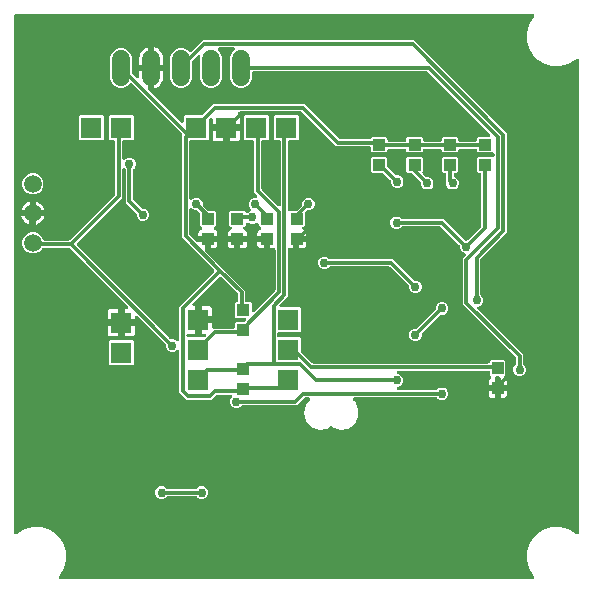
<source format=gbr>
G04 EAGLE Gerber RS-274X export*
G75*
%MOMM*%
%FSLAX34Y34*%
%LPD*%
%INBottom Copper*%
%IPPOS*%
%AMOC8*
5,1,8,0,0,1.08239X$1,22.5*%
G01*
%ADD10C,1.508000*%
%ADD11R,1.100000X1.000000*%
%ADD12R,1.000000X1.100000*%
%ADD13R,1.800000X1.800000*%
%ADD14C,1.524000*%
%ADD15C,0.300000*%
%ADD16C,0.756400*%

G36*
X449979Y-39065D02*
X449979Y-39065D01*
X450083Y-39063D01*
X450150Y-39045D01*
X450219Y-39037D01*
X450317Y-39002D01*
X450418Y-38976D01*
X450479Y-38943D01*
X450544Y-38920D01*
X450631Y-38863D01*
X450723Y-38814D01*
X450776Y-38769D01*
X450833Y-38731D01*
X450905Y-38656D01*
X450984Y-38587D01*
X451024Y-38531D01*
X451072Y-38481D01*
X451125Y-38391D01*
X451186Y-38306D01*
X451212Y-38242D01*
X451247Y-38183D01*
X451278Y-38083D01*
X451318Y-37987D01*
X451329Y-37918D01*
X451349Y-37852D01*
X451356Y-37748D01*
X451373Y-37645D01*
X451368Y-37576D01*
X451373Y-37507D01*
X451356Y-37405D01*
X451348Y-37300D01*
X451328Y-37234D01*
X451317Y-37166D01*
X451277Y-37070D01*
X451246Y-36970D01*
X451211Y-36911D01*
X451184Y-36847D01*
X451123Y-36763D01*
X451070Y-36673D01*
X451001Y-36594D01*
X450982Y-36567D01*
X450965Y-36552D01*
X450935Y-36518D01*
X449866Y-35449D01*
X446554Y-29712D01*
X444839Y-23313D01*
X444839Y-16687D01*
X446554Y-10288D01*
X449866Y-4551D01*
X454551Y134D01*
X460288Y3446D01*
X466687Y5161D01*
X473313Y5161D01*
X479712Y3446D01*
X485449Y134D01*
X486518Y-935D01*
X486600Y-1000D01*
X486675Y-1072D01*
X486735Y-1107D01*
X486789Y-1150D01*
X486883Y-1194D01*
X486973Y-1247D01*
X487039Y-1267D01*
X487102Y-1297D01*
X487204Y-1318D01*
X487304Y-1349D01*
X487373Y-1354D01*
X487440Y-1368D01*
X487544Y-1366D01*
X487649Y-1373D01*
X487717Y-1362D01*
X487786Y-1360D01*
X487887Y-1334D01*
X487990Y-1317D01*
X488054Y-1290D01*
X488120Y-1273D01*
X488213Y-1224D01*
X488309Y-1184D01*
X488365Y-1144D01*
X488426Y-1111D01*
X488505Y-1043D01*
X488589Y-982D01*
X488635Y-930D01*
X488687Y-884D01*
X488748Y-800D01*
X488816Y-721D01*
X488848Y-659D01*
X488889Y-603D01*
X488928Y-507D01*
X488977Y-415D01*
X488994Y-348D01*
X489020Y-284D01*
X489037Y-181D01*
X489063Y-80D01*
X489070Y24D01*
X489076Y58D01*
X489074Y80D01*
X489077Y125D01*
X489077Y399875D01*
X489065Y399979D01*
X489063Y400083D01*
X489045Y400150D01*
X489037Y400219D01*
X489002Y400317D01*
X488976Y400418D01*
X488943Y400479D01*
X488920Y400544D01*
X488863Y400631D01*
X488814Y400723D01*
X488769Y400776D01*
X488731Y400833D01*
X488656Y400905D01*
X488587Y400984D01*
X488531Y401024D01*
X488481Y401072D01*
X488391Y401125D01*
X488306Y401186D01*
X488242Y401212D01*
X488183Y401247D01*
X488083Y401278D01*
X487987Y401318D01*
X487918Y401329D01*
X487852Y401349D01*
X487748Y401356D01*
X487645Y401373D01*
X487576Y401368D01*
X487507Y401373D01*
X487405Y401356D01*
X487300Y401348D01*
X487234Y401328D01*
X487166Y401317D01*
X487070Y401277D01*
X486970Y401246D01*
X486911Y401211D01*
X486847Y401184D01*
X486763Y401123D01*
X486673Y401070D01*
X486594Y401001D01*
X486567Y400982D01*
X486552Y400965D01*
X486518Y400935D01*
X485449Y399866D01*
X479712Y396554D01*
X473313Y394839D01*
X466687Y394839D01*
X460288Y396554D01*
X454551Y399866D01*
X449866Y404551D01*
X446554Y410288D01*
X444839Y416687D01*
X444839Y423313D01*
X446554Y429712D01*
X449866Y435449D01*
X450935Y436518D01*
X451000Y436600D01*
X451072Y436675D01*
X451107Y436735D01*
X451150Y436789D01*
X451194Y436883D01*
X451247Y436973D01*
X451267Y437039D01*
X451297Y437102D01*
X451318Y437204D01*
X451349Y437304D01*
X451354Y437373D01*
X451368Y437440D01*
X451366Y437544D01*
X451373Y437649D01*
X451362Y437717D01*
X451360Y437786D01*
X451334Y437887D01*
X451317Y437990D01*
X451290Y438054D01*
X451273Y438120D01*
X451224Y438213D01*
X451184Y438309D01*
X451144Y438365D01*
X451111Y438426D01*
X451043Y438505D01*
X450982Y438589D01*
X450930Y438635D01*
X450884Y438687D01*
X450800Y438748D01*
X450721Y438816D01*
X450659Y438848D01*
X450603Y438889D01*
X450507Y438928D01*
X450415Y438977D01*
X450348Y438994D01*
X450284Y439020D01*
X450181Y439037D01*
X450080Y439063D01*
X449976Y439070D01*
X449942Y439076D01*
X449920Y439074D01*
X449875Y439077D01*
X12422Y439077D01*
X12387Y439073D01*
X12351Y439076D01*
X12215Y439053D01*
X12079Y439037D01*
X12045Y439025D01*
X12010Y439020D01*
X11883Y438967D01*
X11753Y438920D01*
X11724Y438901D01*
X11691Y438887D01*
X11579Y438806D01*
X11464Y438731D01*
X11439Y438705D01*
X11411Y438685D01*
X11320Y438581D01*
X11225Y438481D01*
X11207Y438450D01*
X11184Y438424D01*
X11120Y438301D01*
X11050Y438183D01*
X11040Y438149D01*
X11023Y438117D01*
X10989Y437984D01*
X10948Y437852D01*
X10946Y437817D01*
X10937Y437783D01*
X10923Y437578D01*
X10923Y125D01*
X10935Y21D01*
X10937Y-83D01*
X10955Y-150D01*
X10963Y-219D01*
X10998Y-317D01*
X11024Y-418D01*
X11057Y-479D01*
X11080Y-544D01*
X11137Y-631D01*
X11186Y-723D01*
X11231Y-776D01*
X11269Y-833D01*
X11344Y-905D01*
X11413Y-984D01*
X11469Y-1024D01*
X11519Y-1072D01*
X11609Y-1125D01*
X11694Y-1186D01*
X11758Y-1212D01*
X11817Y-1247D01*
X11917Y-1278D01*
X12013Y-1318D01*
X12082Y-1329D01*
X12148Y-1349D01*
X12252Y-1356D01*
X12355Y-1373D01*
X12424Y-1368D01*
X12493Y-1373D01*
X12595Y-1356D01*
X12700Y-1349D01*
X12766Y-1328D01*
X12834Y-1317D01*
X12930Y-1277D01*
X13030Y-1246D01*
X13089Y-1211D01*
X13153Y-1184D01*
X13237Y-1123D01*
X13327Y-1070D01*
X13406Y-1001D01*
X13433Y-982D01*
X13448Y-965D01*
X13482Y-935D01*
X14551Y134D01*
X20288Y3446D01*
X26687Y5161D01*
X33313Y5161D01*
X39712Y3446D01*
X45449Y134D01*
X50134Y-4551D01*
X53446Y-10288D01*
X55161Y-16687D01*
X55161Y-23313D01*
X53446Y-29712D01*
X50134Y-35449D01*
X49065Y-36518D01*
X49000Y-36600D01*
X48928Y-36675D01*
X48893Y-36735D01*
X48850Y-36789D01*
X48806Y-36883D01*
X48753Y-36973D01*
X48733Y-37039D01*
X48703Y-37102D01*
X48682Y-37204D01*
X48651Y-37304D01*
X48646Y-37373D01*
X48632Y-37440D01*
X48634Y-37544D01*
X48627Y-37649D01*
X48638Y-37717D01*
X48640Y-37786D01*
X48666Y-37887D01*
X48683Y-37990D01*
X48710Y-38054D01*
X48727Y-38120D01*
X48776Y-38213D01*
X48816Y-38309D01*
X48856Y-38365D01*
X48889Y-38426D01*
X48957Y-38505D01*
X49018Y-38589D01*
X49070Y-38635D01*
X49116Y-38687D01*
X49200Y-38748D01*
X49279Y-38816D01*
X49341Y-38848D01*
X49397Y-38889D01*
X49493Y-38928D01*
X49585Y-38977D01*
X49652Y-38994D01*
X49716Y-39020D01*
X49819Y-39037D01*
X49920Y-39063D01*
X50024Y-39070D01*
X50058Y-39076D01*
X50080Y-39074D01*
X50125Y-39077D01*
X449875Y-39077D01*
X449979Y-39065D01*
G37*
%LPC*%
G36*
X280235Y89771D02*
X280235Y89771D01*
X280203Y89806D01*
X280115Y89885D01*
X280033Y89970D01*
X279987Y90000D01*
X279945Y90037D01*
X279842Y90093D01*
X279743Y90157D01*
X279691Y90176D01*
X279642Y90202D01*
X279528Y90234D01*
X279417Y90273D01*
X279362Y90279D01*
X279308Y90294D01*
X279191Y90298D01*
X279073Y90311D01*
X279018Y90305D01*
X278963Y90307D01*
X278847Y90284D01*
X278730Y90270D01*
X278678Y90251D01*
X278624Y90240D01*
X278516Y90191D01*
X278406Y90151D01*
X278338Y90111D01*
X278309Y90097D01*
X278286Y90080D01*
X278229Y90046D01*
X275497Y88160D01*
X268667Y87331D01*
X262235Y89771D01*
X257673Y94920D01*
X256026Y101600D01*
X257673Y108280D01*
X261062Y112106D01*
X261096Y112154D01*
X261137Y112197D01*
X261195Y112296D01*
X261260Y112389D01*
X261282Y112444D01*
X261312Y112495D01*
X261345Y112604D01*
X261388Y112711D01*
X261396Y112769D01*
X261414Y112826D01*
X261422Y112940D01*
X261438Y113053D01*
X261433Y113112D01*
X261437Y113171D01*
X261419Y113283D01*
X261409Y113397D01*
X261391Y113453D01*
X261381Y113512D01*
X261338Y113617D01*
X261302Y113726D01*
X261271Y113777D01*
X261249Y113831D01*
X261182Y113924D01*
X261123Y114021D01*
X261081Y114063D01*
X261047Y114111D01*
X260960Y114186D01*
X260880Y114268D01*
X260830Y114299D01*
X260785Y114338D01*
X260684Y114391D01*
X260588Y114452D01*
X260532Y114471D01*
X260479Y114499D01*
X260369Y114527D01*
X260261Y114565D01*
X260202Y114570D01*
X260145Y114585D01*
X259940Y114599D01*
X257480Y114599D01*
X257342Y114583D01*
X257202Y114573D01*
X257170Y114563D01*
X257136Y114559D01*
X257006Y114512D01*
X256872Y114471D01*
X256843Y114453D01*
X256811Y114442D01*
X256694Y114366D01*
X256574Y114295D01*
X256540Y114265D01*
X256522Y114253D01*
X256498Y114229D01*
X256420Y114160D01*
X250073Y107813D01*
X204157Y107813D01*
X204019Y107797D01*
X203880Y107787D01*
X203847Y107777D01*
X203814Y107773D01*
X203683Y107726D01*
X203549Y107685D01*
X203520Y107667D01*
X203489Y107656D01*
X203372Y107580D01*
X203252Y107509D01*
X203218Y107479D01*
X203199Y107467D01*
X203176Y107443D01*
X203097Y107374D01*
X202062Y106339D01*
X200112Y105531D01*
X198000Y105531D01*
X196050Y106339D01*
X194557Y107832D01*
X193749Y109782D01*
X193749Y111894D01*
X194557Y113844D01*
X195015Y114302D01*
X195080Y114384D01*
X195152Y114459D01*
X195187Y114519D01*
X195230Y114573D01*
X195274Y114667D01*
X195327Y114757D01*
X195347Y114823D01*
X195377Y114886D01*
X195398Y114988D01*
X195429Y115088D01*
X195434Y115157D01*
X195448Y115224D01*
X195445Y115328D01*
X195453Y115433D01*
X195441Y115501D01*
X195440Y115570D01*
X195413Y115671D01*
X195397Y115774D01*
X195370Y115837D01*
X195353Y115904D01*
X195304Y115997D01*
X195264Y116093D01*
X195223Y116149D01*
X195191Y116210D01*
X195123Y116289D01*
X195062Y116373D01*
X195009Y116419D01*
X194964Y116471D01*
X194879Y116532D01*
X194800Y116600D01*
X194739Y116632D01*
X194683Y116673D01*
X194587Y116712D01*
X194494Y116761D01*
X194427Y116778D01*
X194364Y116804D01*
X194261Y116821D01*
X194160Y116847D01*
X194056Y116854D01*
X194022Y116860D01*
X194000Y116858D01*
X193955Y116861D01*
X182834Y116861D01*
X182696Y116845D01*
X182556Y116835D01*
X182524Y116825D01*
X182490Y116821D01*
X182360Y116774D01*
X182226Y116733D01*
X182197Y116715D01*
X182165Y116704D01*
X182048Y116628D01*
X181928Y116557D01*
X181894Y116527D01*
X181876Y116515D01*
X181861Y116500D01*
X181859Y116499D01*
X181848Y116487D01*
X181774Y116422D01*
X177689Y112337D01*
X157087Y112337D01*
X150791Y118633D01*
X150791Y153239D01*
X150779Y153343D01*
X150777Y153447D01*
X150759Y153514D01*
X150751Y153582D01*
X150716Y153680D01*
X150690Y153781D01*
X150657Y153843D01*
X150634Y153908D01*
X150577Y153995D01*
X150528Y154087D01*
X150483Y154139D01*
X150445Y154197D01*
X150370Y154269D01*
X150301Y154348D01*
X150245Y154388D01*
X150195Y154436D01*
X150105Y154489D01*
X150020Y154549D01*
X149956Y154576D01*
X149897Y154611D01*
X149797Y154642D01*
X149701Y154681D01*
X149632Y154692D01*
X149566Y154713D01*
X149462Y154720D01*
X149359Y154737D01*
X149290Y154732D01*
X149221Y154737D01*
X149119Y154720D01*
X149014Y154712D01*
X148948Y154692D01*
X148880Y154681D01*
X148784Y154641D01*
X148684Y154609D01*
X148625Y154574D01*
X148561Y154548D01*
X148476Y154487D01*
X148387Y154434D01*
X148308Y154365D01*
X148281Y154346D01*
X148266Y154329D01*
X148232Y154299D01*
X147774Y153841D01*
X145824Y153033D01*
X143712Y153033D01*
X141762Y153841D01*
X140269Y155334D01*
X139461Y157284D01*
X139461Y158748D01*
X139445Y158886D01*
X139435Y159026D01*
X139425Y159058D01*
X139421Y159092D01*
X139374Y159222D01*
X139333Y159356D01*
X139315Y159385D01*
X139304Y159417D01*
X139228Y159534D01*
X139157Y159654D01*
X139127Y159688D01*
X139115Y159706D01*
X139091Y159730D01*
X139022Y159808D01*
X115700Y183130D01*
X115618Y183195D01*
X115543Y183267D01*
X115483Y183302D01*
X115429Y183345D01*
X115335Y183389D01*
X115245Y183442D01*
X115179Y183462D01*
X115116Y183492D01*
X115014Y183513D01*
X114914Y183544D01*
X114845Y183549D01*
X114778Y183563D01*
X114674Y183561D01*
X114569Y183568D01*
X114501Y183557D01*
X114432Y183555D01*
X114331Y183529D01*
X114228Y183512D01*
X114164Y183485D01*
X114098Y183468D01*
X114005Y183419D01*
X113909Y183379D01*
X113853Y183339D01*
X113792Y183306D01*
X113713Y183238D01*
X113629Y183177D01*
X113583Y183125D01*
X113531Y183079D01*
X113470Y182995D01*
X113402Y182916D01*
X113370Y182855D01*
X113329Y182798D01*
X113290Y182702D01*
X113241Y182610D01*
X113224Y182543D01*
X113197Y182479D01*
X113181Y182376D01*
X113155Y182275D01*
X113148Y182171D01*
X113142Y182138D01*
X113144Y182115D01*
X113141Y182070D01*
X113141Y180799D01*
X104599Y180799D01*
X104599Y189341D01*
X105870Y189341D01*
X105974Y189353D01*
X106078Y189355D01*
X106145Y189373D01*
X106214Y189381D01*
X106312Y189416D01*
X106413Y189442D01*
X106474Y189475D01*
X106539Y189498D01*
X106626Y189555D01*
X106718Y189604D01*
X106770Y189649D01*
X106828Y189687D01*
X106900Y189762D01*
X106979Y189831D01*
X107019Y189887D01*
X107067Y189937D01*
X107120Y190027D01*
X107181Y190112D01*
X107207Y190176D01*
X107242Y190235D01*
X107273Y190335D01*
X107313Y190431D01*
X107324Y190500D01*
X107344Y190566D01*
X107351Y190670D01*
X107368Y190773D01*
X107363Y190842D01*
X107368Y190911D01*
X107351Y191013D01*
X107344Y191118D01*
X107323Y191184D01*
X107312Y191252D01*
X107272Y191348D01*
X107241Y191448D01*
X107206Y191507D01*
X107179Y191571D01*
X107118Y191656D01*
X107065Y191745D01*
X106997Y191824D01*
X106977Y191851D01*
X106960Y191866D01*
X106930Y191900D01*
X57998Y240832D01*
X57889Y240919D01*
X57784Y241010D01*
X57754Y241026D01*
X57727Y241047D01*
X57601Y241106D01*
X57478Y241171D01*
X57445Y241179D01*
X57414Y241194D01*
X57278Y241222D01*
X57143Y241257D01*
X57098Y241260D01*
X57076Y241265D01*
X57042Y241264D01*
X56938Y241271D01*
X35728Y241271D01*
X35641Y241261D01*
X35553Y241261D01*
X35469Y241241D01*
X35384Y241231D01*
X35302Y241202D01*
X35217Y241182D01*
X35140Y241143D01*
X35059Y241114D01*
X34986Y241066D01*
X34907Y241027D01*
X34841Y240972D01*
X34769Y240925D01*
X34709Y240862D01*
X34642Y240806D01*
X34590Y240737D01*
X34531Y240675D01*
X34486Y240599D01*
X34434Y240529D01*
X34370Y240401D01*
X34356Y240377D01*
X34356Y240376D01*
X31805Y237825D01*
X28473Y236445D01*
X24867Y236445D01*
X21535Y237825D01*
X18985Y240375D01*
X17605Y243707D01*
X17605Y247313D01*
X18985Y250645D01*
X21535Y253195D01*
X24867Y254575D01*
X28473Y254575D01*
X31805Y253195D01*
X34355Y250645D01*
X35348Y248246D01*
X35391Y248170D01*
X35424Y248089D01*
X35475Y248019D01*
X35516Y247944D01*
X35575Y247880D01*
X35627Y247809D01*
X35692Y247752D01*
X35749Y247689D01*
X35822Y247639D01*
X35888Y247582D01*
X35964Y247542D01*
X36035Y247493D01*
X36116Y247462D01*
X36194Y247421D01*
X36277Y247400D01*
X36357Y247369D01*
X36444Y247357D01*
X36529Y247335D01*
X36672Y247325D01*
X36700Y247321D01*
X36712Y247322D01*
X36733Y247321D01*
X56938Y247321D01*
X57076Y247337D01*
X57216Y247347D01*
X57248Y247357D01*
X57282Y247361D01*
X57412Y247408D01*
X57546Y247449D01*
X57575Y247467D01*
X57607Y247478D01*
X57724Y247554D01*
X57844Y247625D01*
X57878Y247655D01*
X57896Y247667D01*
X57920Y247691D01*
X57998Y247760D01*
X96064Y285826D01*
X96151Y285935D01*
X96242Y286040D01*
X96258Y286070D01*
X96279Y286097D01*
X96338Y286223D01*
X96403Y286346D01*
X96411Y286379D01*
X96426Y286410D01*
X96454Y286546D01*
X96489Y286681D01*
X96492Y286726D01*
X96497Y286748D01*
X96496Y286782D01*
X96503Y286886D01*
X96503Y330876D01*
X96499Y330911D01*
X96502Y330947D01*
X96479Y331083D01*
X96463Y331219D01*
X96451Y331253D01*
X96446Y331288D01*
X96393Y331415D01*
X96346Y331545D01*
X96327Y331574D01*
X96313Y331607D01*
X96232Y331719D01*
X96157Y331834D01*
X96131Y331859D01*
X96111Y331887D01*
X96007Y331978D01*
X95907Y332073D01*
X95876Y332091D01*
X95850Y332114D01*
X95727Y332178D01*
X95609Y332248D01*
X95575Y332258D01*
X95543Y332275D01*
X95410Y332309D01*
X95278Y332350D01*
X95243Y332352D01*
X95209Y332361D01*
X95004Y332375D01*
X91968Y332375D01*
X91075Y333268D01*
X91075Y352532D01*
X91968Y353425D01*
X111232Y353425D01*
X112125Y352532D01*
X112125Y333268D01*
X111232Y332375D01*
X104052Y332375D01*
X104017Y332371D01*
X103981Y332374D01*
X103845Y332351D01*
X103709Y332335D01*
X103675Y332323D01*
X103640Y332318D01*
X103513Y332265D01*
X103383Y332218D01*
X103354Y332199D01*
X103321Y332185D01*
X103209Y332104D01*
X103094Y332029D01*
X103069Y332003D01*
X103041Y331983D01*
X102950Y331879D01*
X102855Y331779D01*
X102837Y331748D01*
X102814Y331722D01*
X102750Y331599D01*
X102680Y331481D01*
X102670Y331447D01*
X102653Y331415D01*
X102619Y331282D01*
X102578Y331150D01*
X102576Y331115D01*
X102567Y331081D01*
X102553Y330876D01*
X102553Y317257D01*
X102565Y317153D01*
X102567Y317049D01*
X102585Y316982D01*
X102593Y316914D01*
X102628Y316816D01*
X102654Y316715D01*
X102687Y316653D01*
X102710Y316588D01*
X102767Y316501D01*
X102816Y316409D01*
X102861Y316357D01*
X102899Y316299D01*
X102974Y316227D01*
X103043Y316148D01*
X103099Y316108D01*
X103149Y316060D01*
X103239Y316007D01*
X103324Y315947D01*
X103388Y315920D01*
X103447Y315885D01*
X103547Y315854D01*
X103643Y315815D01*
X103712Y315804D01*
X103778Y315783D01*
X103882Y315776D01*
X103985Y315759D01*
X104054Y315764D01*
X104123Y315759D01*
X104225Y315776D01*
X104330Y315784D01*
X104396Y315804D01*
X104464Y315815D01*
X104560Y315855D01*
X104660Y315887D01*
X104719Y315922D01*
X104783Y315948D01*
X104868Y316009D01*
X104957Y316062D01*
X105036Y316131D01*
X105063Y316150D01*
X105078Y316167D01*
X105112Y316197D01*
X105570Y316655D01*
X107520Y317463D01*
X109632Y317463D01*
X111582Y316655D01*
X113075Y315162D01*
X113883Y313212D01*
X113883Y311100D01*
X113075Y309150D01*
X112040Y308115D01*
X111953Y308006D01*
X111862Y307900D01*
X111846Y307870D01*
X111825Y307844D01*
X111766Y307718D01*
X111701Y307594D01*
X111693Y307562D01*
X111678Y307531D01*
X111650Y307395D01*
X111615Y307260D01*
X111612Y307214D01*
X111607Y307193D01*
X111608Y307159D01*
X111601Y307055D01*
X111601Y282362D01*
X111617Y282224D01*
X111627Y282084D01*
X111637Y282052D01*
X111641Y282018D01*
X111688Y281888D01*
X111729Y281754D01*
X111747Y281725D01*
X111758Y281693D01*
X111834Y281576D01*
X111905Y281456D01*
X111935Y281422D01*
X111947Y281404D01*
X111971Y281380D01*
X112040Y281302D01*
X118418Y274924D01*
X118527Y274837D01*
X118632Y274746D01*
X118662Y274730D01*
X118689Y274709D01*
X118815Y274650D01*
X118938Y274585D01*
X118971Y274577D01*
X119002Y274562D01*
X119138Y274534D01*
X119273Y274499D01*
X119318Y274496D01*
X119340Y274491D01*
X119374Y274492D01*
X119478Y274485D01*
X120942Y274485D01*
X122892Y273677D01*
X124385Y272184D01*
X125193Y270234D01*
X125193Y268122D01*
X124385Y266172D01*
X122892Y264679D01*
X120942Y263871D01*
X118830Y263871D01*
X116880Y264679D01*
X115387Y266172D01*
X114579Y268122D01*
X114579Y269586D01*
X114563Y269724D01*
X114553Y269864D01*
X114543Y269896D01*
X114539Y269930D01*
X114492Y270060D01*
X114451Y270194D01*
X114433Y270223D01*
X114422Y270255D01*
X114346Y270372D01*
X114275Y270492D01*
X114245Y270526D01*
X114233Y270544D01*
X114209Y270568D01*
X114140Y270646D01*
X105551Y279235D01*
X105551Y307055D01*
X105543Y307126D01*
X105544Y307198D01*
X105523Y307297D01*
X105511Y307398D01*
X105487Y307466D01*
X105472Y307536D01*
X105395Y307721D01*
X105394Y307724D01*
X105393Y307724D01*
X105393Y307725D01*
X105298Y307870D01*
X105205Y308013D01*
X105204Y308014D01*
X105204Y308015D01*
X105076Y308136D01*
X104955Y308252D01*
X104954Y308252D01*
X104953Y308253D01*
X104805Y308340D01*
X104657Y308427D01*
X104656Y308427D01*
X104655Y308428D01*
X104495Y308477D01*
X104326Y308529D01*
X104325Y308529D01*
X104324Y308529D01*
X104153Y308541D01*
X103981Y308553D01*
X103980Y308552D01*
X103979Y308552D01*
X103803Y308523D01*
X103640Y308497D01*
X103639Y308496D01*
X103638Y308496D01*
X103468Y308425D01*
X103321Y308364D01*
X103320Y308363D01*
X103319Y308363D01*
X103175Y308258D01*
X103041Y308162D01*
X103040Y308161D01*
X103039Y308160D01*
X102929Y308033D01*
X102814Y307900D01*
X102813Y307900D01*
X102813Y307899D01*
X102728Y307737D01*
X102653Y307594D01*
X102653Y307593D01*
X102652Y307592D01*
X102611Y307431D01*
X102567Y307260D01*
X102567Y307258D01*
X102566Y307258D01*
X102566Y307255D01*
X102553Y307055D01*
X102553Y283759D01*
X64150Y245356D01*
X64128Y245328D01*
X64101Y245305D01*
X64021Y245193D01*
X63935Y245085D01*
X63920Y245053D01*
X63899Y245024D01*
X63847Y244897D01*
X63788Y244772D01*
X63781Y244737D01*
X63767Y244705D01*
X63745Y244568D01*
X63717Y244434D01*
X63718Y244398D01*
X63712Y244363D01*
X63722Y244226D01*
X63725Y244088D01*
X63734Y244054D01*
X63737Y244018D01*
X63778Y243887D01*
X63812Y243754D01*
X63829Y243722D01*
X63839Y243688D01*
X63904Y243578D01*
X63916Y243550D01*
X63930Y243531D01*
X63974Y243448D01*
X63997Y243421D01*
X64015Y243391D01*
X64108Y243284D01*
X64118Y243270D01*
X64127Y243262D01*
X64150Y243236D01*
X143300Y164086D01*
X143409Y163999D01*
X143514Y163908D01*
X143544Y163892D01*
X143571Y163871D01*
X143697Y163812D01*
X143820Y163747D01*
X143853Y163739D01*
X143884Y163724D01*
X144020Y163696D01*
X144155Y163661D01*
X144200Y163658D01*
X144222Y163653D01*
X144256Y163654D01*
X144360Y163647D01*
X145824Y163647D01*
X147774Y162839D01*
X148232Y162381D01*
X148314Y162316D01*
X148389Y162244D01*
X148449Y162209D01*
X148503Y162166D01*
X148597Y162122D01*
X148687Y162069D01*
X148753Y162049D01*
X148816Y162019D01*
X148918Y161998D01*
X149018Y161967D01*
X149087Y161962D01*
X149154Y161948D01*
X149258Y161951D01*
X149363Y161943D01*
X149431Y161955D01*
X149500Y161956D01*
X149601Y161983D01*
X149704Y161999D01*
X149767Y162026D01*
X149834Y162043D01*
X149927Y162092D01*
X150023Y162132D01*
X150079Y162173D01*
X150140Y162205D01*
X150219Y162273D01*
X150303Y162334D01*
X150349Y162387D01*
X150401Y162432D01*
X150462Y162517D01*
X150530Y162596D01*
X150562Y162657D01*
X150603Y162713D01*
X150642Y162809D01*
X150691Y162902D01*
X150708Y162969D01*
X150734Y163032D01*
X150751Y163135D01*
X150777Y163236D01*
X150784Y163340D01*
X150790Y163374D01*
X150788Y163396D01*
X150791Y163441D01*
X150791Y191261D01*
X180146Y220616D01*
X180168Y220644D01*
X180195Y220667D01*
X180275Y220779D01*
X180361Y220887D01*
X180376Y220919D01*
X180397Y220948D01*
X180449Y221075D01*
X180508Y221200D01*
X180515Y221235D01*
X180529Y221267D01*
X180551Y221404D01*
X180579Y221538D01*
X180578Y221574D01*
X180584Y221609D01*
X180574Y221746D01*
X180571Y221884D01*
X180562Y221918D01*
X180559Y221954D01*
X180518Y222085D01*
X180484Y222218D01*
X180467Y222250D01*
X180457Y222284D01*
X180387Y222403D01*
X180322Y222524D01*
X180299Y222551D01*
X180281Y222581D01*
X180146Y222736D01*
X155264Y247618D01*
X153053Y249829D01*
X153053Y336032D01*
X153131Y336141D01*
X153217Y336249D01*
X153232Y336281D01*
X153253Y336310D01*
X153305Y336437D01*
X153364Y336562D01*
X153371Y336596D01*
X153385Y336629D01*
X153407Y336766D01*
X153435Y336900D01*
X153434Y336936D01*
X153440Y336971D01*
X153430Y337108D01*
X153427Y337246D01*
X153418Y337280D01*
X153415Y337316D01*
X153375Y337447D01*
X153340Y337580D01*
X153323Y337612D01*
X153313Y337646D01*
X153243Y337764D01*
X153178Y337886D01*
X153155Y337913D01*
X153137Y337943D01*
X153002Y338098D01*
X110837Y380264D01*
X110809Y380286D01*
X110786Y380312D01*
X110673Y380393D01*
X110566Y380478D01*
X110534Y380493D01*
X110505Y380514D01*
X110377Y380567D01*
X110253Y380625D01*
X110218Y380633D01*
X110185Y380646D01*
X110049Y380668D01*
X109914Y380697D01*
X109879Y380696D01*
X109844Y380701D01*
X109706Y380692D01*
X109569Y380688D01*
X109534Y380679D01*
X109499Y380677D01*
X109367Y380636D01*
X109234Y380601D01*
X109203Y380585D01*
X109169Y380574D01*
X109050Y380504D01*
X108928Y380440D01*
X108902Y380417D01*
X108871Y380399D01*
X108716Y380264D01*
X106780Y378327D01*
X103419Y376935D01*
X99781Y376935D01*
X96420Y378327D01*
X93847Y380900D01*
X92455Y384261D01*
X92455Y403139D01*
X93847Y406500D01*
X96420Y409073D01*
X99781Y410465D01*
X103419Y410465D01*
X106780Y409073D01*
X109353Y406500D01*
X110745Y403139D01*
X110745Y389532D01*
X110761Y389394D01*
X110771Y389254D01*
X110781Y389222D01*
X110785Y389188D01*
X110832Y389058D01*
X110873Y388924D01*
X110891Y388895D01*
X110902Y388863D01*
X110978Y388746D01*
X111049Y388626D01*
X111079Y388592D01*
X111091Y388574D01*
X111115Y388550D01*
X111184Y388472D01*
X114280Y385376D01*
X114362Y385311D01*
X114437Y385239D01*
X114497Y385204D01*
X114551Y385161D01*
X114645Y385117D01*
X114735Y385064D01*
X114801Y385044D01*
X114864Y385014D01*
X114966Y384993D01*
X115066Y384962D01*
X115135Y384957D01*
X115202Y384943D01*
X115306Y384945D01*
X115411Y384938D01*
X115479Y384949D01*
X115548Y384951D01*
X115649Y384977D01*
X115752Y384994D01*
X115816Y385021D01*
X115882Y385038D01*
X115975Y385087D01*
X116071Y385127D01*
X116127Y385167D01*
X116188Y385200D01*
X116267Y385268D01*
X116351Y385329D01*
X116397Y385381D01*
X116449Y385427D01*
X116510Y385511D01*
X116578Y385590D01*
X116610Y385651D01*
X116651Y385708D01*
X116690Y385804D01*
X116739Y385896D01*
X116756Y385963D01*
X116783Y386027D01*
X116799Y386130D01*
X116825Y386231D01*
X116832Y386335D01*
X116838Y386368D01*
X116836Y386391D01*
X116839Y386436D01*
X116839Y391161D01*
X124461Y391161D01*
X124461Y375816D01*
X124477Y375678D01*
X124487Y375538D01*
X124497Y375506D01*
X124501Y375472D01*
X124548Y375342D01*
X124589Y375208D01*
X124607Y375179D01*
X124618Y375147D01*
X124694Y375031D01*
X124765Y374910D01*
X124795Y374876D01*
X124807Y374858D01*
X124831Y374834D01*
X124900Y374756D01*
X152016Y347640D01*
X152098Y347575D01*
X152173Y347503D01*
X152233Y347468D01*
X152287Y347425D01*
X152381Y347381D01*
X152471Y347328D01*
X152537Y347308D01*
X152600Y347278D01*
X152702Y347257D01*
X152802Y347226D01*
X152871Y347221D01*
X152938Y347207D01*
X153042Y347209D01*
X153147Y347202D01*
X153215Y347213D01*
X153284Y347215D01*
X153385Y347241D01*
X153488Y347258D01*
X153552Y347285D01*
X153618Y347302D01*
X153711Y347351D01*
X153807Y347391D01*
X153863Y347431D01*
X153924Y347464D01*
X154003Y347532D01*
X154087Y347593D01*
X154133Y347645D01*
X154185Y347691D01*
X154246Y347775D01*
X154314Y347854D01*
X154346Y347915D01*
X154387Y347972D01*
X154426Y348068D01*
X154475Y348160D01*
X154492Y348227D01*
X154519Y348291D01*
X154535Y348394D01*
X154561Y348495D01*
X154568Y348599D01*
X154574Y348632D01*
X154572Y348655D01*
X154575Y348700D01*
X154575Y352532D01*
X155468Y353425D01*
X169828Y353425D01*
X169966Y353441D01*
X170106Y353451D01*
X170138Y353461D01*
X170172Y353465D01*
X170302Y353512D01*
X170436Y353553D01*
X170465Y353571D01*
X170497Y353582D01*
X170614Y353658D01*
X170734Y353729D01*
X170768Y353759D01*
X170786Y353771D01*
X170810Y353795D01*
X170888Y353864D01*
X179707Y362683D01*
X256859Y362683D01*
X285826Y333716D01*
X285935Y333629D01*
X286040Y333538D01*
X286070Y333522D01*
X286097Y333501D01*
X286223Y333442D01*
X286346Y333377D01*
X286379Y333369D01*
X286410Y333354D01*
X286546Y333326D01*
X286681Y333291D01*
X286726Y333288D01*
X286748Y333283D01*
X286782Y333284D01*
X286886Y333277D01*
X311499Y333277D01*
X311638Y333293D01*
X311777Y333303D01*
X311809Y333313D01*
X311843Y333317D01*
X311974Y333364D01*
X312107Y333405D01*
X312136Y333423D01*
X312168Y333434D01*
X312285Y333510D01*
X312405Y333581D01*
X312439Y333611D01*
X312458Y333623D01*
X312481Y333647D01*
X312560Y333716D01*
X313868Y335025D01*
X326132Y335025D01*
X327025Y334132D01*
X327025Y332514D01*
X327029Y332479D01*
X327026Y332443D01*
X327049Y332307D01*
X327065Y332171D01*
X327077Y332137D01*
X327082Y332102D01*
X327135Y331975D01*
X327182Y331845D01*
X327201Y331816D01*
X327215Y331783D01*
X327296Y331671D01*
X327371Y331556D01*
X327397Y331531D01*
X327417Y331503D01*
X327521Y331412D01*
X327621Y331317D01*
X327652Y331299D01*
X327678Y331276D01*
X327801Y331212D01*
X327919Y331142D01*
X327953Y331132D01*
X327985Y331115D01*
X328118Y331081D01*
X328250Y331040D01*
X328285Y331038D01*
X328319Y331029D01*
X328524Y331015D01*
X341476Y331015D01*
X341511Y331019D01*
X341547Y331016D01*
X341683Y331039D01*
X341819Y331055D01*
X341853Y331067D01*
X341888Y331072D01*
X342015Y331125D01*
X342145Y331172D01*
X342174Y331191D01*
X342207Y331205D01*
X342319Y331286D01*
X342434Y331361D01*
X342459Y331387D01*
X342487Y331407D01*
X342578Y331511D01*
X342673Y331611D01*
X342691Y331642D01*
X342714Y331668D01*
X342778Y331791D01*
X342848Y331909D01*
X342858Y331943D01*
X342875Y331975D01*
X342909Y332108D01*
X342950Y332240D01*
X342952Y332275D01*
X342961Y332309D01*
X342975Y332514D01*
X342975Y334132D01*
X343868Y335025D01*
X356132Y335025D01*
X357025Y334132D01*
X357025Y332514D01*
X357029Y332479D01*
X357026Y332443D01*
X357049Y332307D01*
X357065Y332171D01*
X357077Y332137D01*
X357082Y332102D01*
X357135Y331975D01*
X357182Y331845D01*
X357201Y331816D01*
X357215Y331783D01*
X357296Y331671D01*
X357371Y331556D01*
X357397Y331531D01*
X357417Y331503D01*
X357521Y331412D01*
X357621Y331317D01*
X357652Y331299D01*
X357678Y331276D01*
X357801Y331212D01*
X357919Y331142D01*
X357953Y331132D01*
X357985Y331115D01*
X358118Y331081D01*
X358250Y331040D01*
X358285Y331038D01*
X358319Y331029D01*
X358524Y331015D01*
X371476Y331015D01*
X371511Y331019D01*
X371547Y331016D01*
X371683Y331039D01*
X371819Y331055D01*
X371853Y331067D01*
X371888Y331072D01*
X372015Y331125D01*
X372145Y331172D01*
X372174Y331191D01*
X372207Y331205D01*
X372319Y331286D01*
X372434Y331361D01*
X372459Y331387D01*
X372487Y331407D01*
X372578Y331511D01*
X372673Y331611D01*
X372691Y331642D01*
X372714Y331668D01*
X372778Y331791D01*
X372848Y331909D01*
X372858Y331943D01*
X372875Y331975D01*
X372909Y332108D01*
X372950Y332240D01*
X372952Y332275D01*
X372961Y332309D01*
X372975Y332514D01*
X372975Y334132D01*
X373868Y335025D01*
X386132Y335025D01*
X387025Y334132D01*
X387025Y332514D01*
X387029Y332479D01*
X387026Y332443D01*
X387049Y332307D01*
X387065Y332171D01*
X387077Y332137D01*
X387082Y332102D01*
X387135Y331975D01*
X387182Y331845D01*
X387201Y331816D01*
X387215Y331783D01*
X387296Y331671D01*
X387371Y331556D01*
X387397Y331531D01*
X387417Y331503D01*
X387521Y331412D01*
X387621Y331317D01*
X387652Y331299D01*
X387678Y331276D01*
X387801Y331212D01*
X387919Y331142D01*
X387953Y331132D01*
X387985Y331115D01*
X388118Y331081D01*
X388250Y331040D01*
X388285Y331038D01*
X388319Y331029D01*
X388524Y331015D01*
X401476Y331015D01*
X401511Y331019D01*
X401547Y331016D01*
X401683Y331039D01*
X401819Y331055D01*
X401853Y331067D01*
X401888Y331072D01*
X402015Y331125D01*
X402145Y331172D01*
X402174Y331191D01*
X402207Y331205D01*
X402319Y331286D01*
X402434Y331361D01*
X402459Y331387D01*
X402487Y331407D01*
X402578Y331511D01*
X402673Y331611D01*
X402691Y331642D01*
X402714Y331668D01*
X402778Y331791D01*
X402848Y331909D01*
X402858Y331943D01*
X402875Y331975D01*
X402909Y332108D01*
X402950Y332240D01*
X402952Y332275D01*
X402961Y332309D01*
X402975Y332514D01*
X402975Y334132D01*
X403868Y335025D01*
X412586Y335025D01*
X412690Y335037D01*
X412794Y335039D01*
X412861Y335057D01*
X412930Y335065D01*
X413028Y335100D01*
X413129Y335126D01*
X413190Y335159D01*
X413255Y335182D01*
X413342Y335239D01*
X413434Y335288D01*
X413486Y335333D01*
X413544Y335371D01*
X413616Y335446D01*
X413695Y335515D01*
X413735Y335571D01*
X413783Y335621D01*
X413836Y335711D01*
X413897Y335796D01*
X413923Y335860D01*
X413958Y335919D01*
X413989Y336019D01*
X414029Y336115D01*
X414040Y336184D01*
X414060Y336250D01*
X414067Y336354D01*
X414084Y336457D01*
X414079Y336526D01*
X414084Y336595D01*
X414067Y336697D01*
X414060Y336802D01*
X414039Y336868D01*
X414028Y336936D01*
X413988Y337032D01*
X413957Y337132D01*
X413922Y337191D01*
X413895Y337255D01*
X413834Y337340D01*
X413781Y337429D01*
X413713Y337508D01*
X413693Y337535D01*
X413676Y337550D01*
X413646Y337584D01*
X361106Y390124D01*
X360997Y390211D01*
X360892Y390302D01*
X360862Y390318D01*
X360835Y390339D01*
X360709Y390398D01*
X360586Y390463D01*
X360553Y390471D01*
X360522Y390486D01*
X360386Y390514D01*
X360251Y390549D01*
X360206Y390552D01*
X360184Y390557D01*
X360150Y390556D01*
X360046Y390563D01*
X213844Y390563D01*
X213809Y390559D01*
X213773Y390562D01*
X213637Y390539D01*
X213501Y390523D01*
X213467Y390511D01*
X213432Y390506D01*
X213305Y390453D01*
X213175Y390406D01*
X213146Y390387D01*
X213113Y390373D01*
X213001Y390292D01*
X212886Y390217D01*
X212861Y390191D01*
X212833Y390171D01*
X212742Y390067D01*
X212647Y389967D01*
X212629Y389936D01*
X212606Y389910D01*
X212542Y389787D01*
X212472Y389669D01*
X212462Y389635D01*
X212445Y389603D01*
X212411Y389470D01*
X212370Y389338D01*
X212368Y389303D01*
X212359Y389269D01*
X212345Y389064D01*
X212345Y384261D01*
X210953Y380900D01*
X208380Y378327D01*
X205019Y376935D01*
X201381Y376935D01*
X198020Y378327D01*
X195447Y380900D01*
X194055Y384261D01*
X194055Y403139D01*
X195447Y406500D01*
X197309Y408362D01*
X197374Y408444D01*
X197446Y408519D01*
X197481Y408579D01*
X197524Y408633D01*
X197568Y408727D01*
X197621Y408817D01*
X197641Y408883D01*
X197671Y408946D01*
X197692Y409048D01*
X197723Y409148D01*
X197728Y409217D01*
X197742Y409284D01*
X197740Y409388D01*
X197747Y409493D01*
X197736Y409561D01*
X197734Y409630D01*
X197708Y409731D01*
X197691Y409834D01*
X197664Y409898D01*
X197647Y409964D01*
X197598Y410057D01*
X197558Y410153D01*
X197518Y410209D01*
X197485Y410270D01*
X197417Y410349D01*
X197356Y410433D01*
X197304Y410479D01*
X197258Y410531D01*
X197174Y410592D01*
X197095Y410660D01*
X197033Y410692D01*
X196977Y410733D01*
X196881Y410772D01*
X196789Y410821D01*
X196722Y410838D01*
X196658Y410864D01*
X196555Y410881D01*
X196454Y410907D01*
X196350Y410914D01*
X196317Y410920D01*
X196294Y410918D01*
X196249Y410921D01*
X184751Y410921D01*
X184647Y410909D01*
X184543Y410907D01*
X184476Y410889D01*
X184407Y410881D01*
X184309Y410846D01*
X184208Y410820D01*
X184147Y410787D01*
X184082Y410764D01*
X183995Y410707D01*
X183903Y410658D01*
X183851Y410613D01*
X183793Y410575D01*
X183721Y410500D01*
X183642Y410431D01*
X183602Y410375D01*
X183554Y410325D01*
X183501Y410235D01*
X183440Y410150D01*
X183414Y410086D01*
X183379Y410027D01*
X183348Y409927D01*
X183308Y409831D01*
X183297Y409762D01*
X183277Y409696D01*
X183270Y409592D01*
X183253Y409489D01*
X183258Y409420D01*
X183253Y409351D01*
X183270Y409249D01*
X183277Y409144D01*
X183298Y409078D01*
X183309Y409010D01*
X183349Y408914D01*
X183380Y408814D01*
X183415Y408755D01*
X183442Y408691D01*
X183503Y408606D01*
X183556Y408517D01*
X183624Y408438D01*
X183644Y408411D01*
X183661Y408396D01*
X183691Y408362D01*
X185553Y406500D01*
X186945Y403139D01*
X186945Y384261D01*
X185553Y380900D01*
X182980Y378327D01*
X179619Y376935D01*
X175981Y376935D01*
X172620Y378327D01*
X170047Y380900D01*
X168655Y384261D01*
X168655Y402792D01*
X168643Y402896D01*
X168641Y403000D01*
X168623Y403067D01*
X168615Y403136D01*
X168580Y403234D01*
X168554Y403335D01*
X168521Y403396D01*
X168498Y403461D01*
X168441Y403548D01*
X168392Y403640D01*
X168347Y403692D01*
X168309Y403750D01*
X168234Y403822D01*
X168165Y403901D01*
X168109Y403941D01*
X168059Y403989D01*
X167969Y404042D01*
X167884Y404103D01*
X167820Y404129D01*
X167761Y404164D01*
X167661Y404195D01*
X167565Y404235D01*
X167496Y404246D01*
X167430Y404266D01*
X167326Y404273D01*
X167223Y404290D01*
X167154Y404285D01*
X167085Y404290D01*
X166983Y404273D01*
X166878Y404266D01*
X166812Y404245D01*
X166744Y404234D01*
X166648Y404194D01*
X166548Y404163D01*
X166489Y404128D01*
X166425Y404101D01*
X166340Y404040D01*
X166251Y403987D01*
X166172Y403919D01*
X166145Y403899D01*
X166130Y403882D01*
X166096Y403852D01*
X161984Y399740D01*
X161914Y399652D01*
X161871Y399607D01*
X161859Y399587D01*
X161806Y399526D01*
X161790Y399496D01*
X161769Y399469D01*
X161710Y399343D01*
X161645Y399220D01*
X161637Y399187D01*
X161622Y399156D01*
X161594Y399020D01*
X161559Y398885D01*
X161556Y398840D01*
X161551Y398818D01*
X161552Y398784D01*
X161545Y398680D01*
X161545Y384261D01*
X160153Y380900D01*
X157580Y378327D01*
X154219Y376935D01*
X150581Y376935D01*
X147220Y378327D01*
X144647Y380900D01*
X143255Y384261D01*
X143255Y403139D01*
X144647Y406500D01*
X147220Y409073D01*
X150581Y410465D01*
X154219Y410465D01*
X157580Y409073D01*
X159110Y407542D01*
X159138Y407520D01*
X159161Y407494D01*
X159274Y407413D01*
X159381Y407328D01*
X159413Y407313D01*
X159442Y407292D01*
X159570Y407239D01*
X159694Y407181D01*
X159729Y407173D01*
X159762Y407160D01*
X159898Y407138D01*
X160033Y407109D01*
X160068Y407110D01*
X160103Y407105D01*
X160241Y407114D01*
X160378Y407118D01*
X160413Y407127D01*
X160448Y407129D01*
X160580Y407170D01*
X160713Y407205D01*
X160744Y407221D01*
X160778Y407232D01*
X160897Y407302D01*
X161019Y407366D01*
X161045Y407389D01*
X161076Y407407D01*
X161231Y407542D01*
X170659Y416971D01*
X349601Y416971D01*
X428281Y338291D01*
X428281Y254353D01*
X406100Y232172D01*
X406013Y232063D01*
X405922Y231958D01*
X405906Y231928D01*
X405885Y231901D01*
X405826Y231775D01*
X405761Y231652D01*
X405753Y231619D01*
X405738Y231588D01*
X405710Y231452D01*
X405675Y231317D01*
X405672Y231272D01*
X405667Y231250D01*
X405668Y231216D01*
X405661Y231112D01*
X405661Y201895D01*
X405677Y201757D01*
X405687Y201618D01*
X405697Y201585D01*
X405701Y201552D01*
X405748Y201421D01*
X405789Y201287D01*
X405807Y201258D01*
X405818Y201227D01*
X405894Y201110D01*
X405965Y200990D01*
X405995Y200956D01*
X406007Y200937D01*
X406031Y200914D01*
X406100Y200835D01*
X407135Y199800D01*
X407943Y197850D01*
X407943Y195738D01*
X407135Y193788D01*
X405642Y192295D01*
X403798Y191531D01*
X403661Y191455D01*
X403523Y191382D01*
X403511Y191371D01*
X403496Y191363D01*
X403380Y191257D01*
X403263Y191155D01*
X403253Y191142D01*
X403240Y191130D01*
X403152Y191001D01*
X403061Y190874D01*
X403055Y190859D01*
X403045Y190845D01*
X402989Y190700D01*
X402929Y190555D01*
X402926Y190538D01*
X402920Y190522D01*
X402899Y190368D01*
X402874Y190214D01*
X402875Y190197D01*
X402873Y190180D01*
X402887Y190025D01*
X402898Y189869D01*
X402903Y189852D01*
X402905Y189836D01*
X402955Y189688D01*
X403001Y189539D01*
X403010Y189524D01*
X403015Y189508D01*
X403097Y189375D01*
X403177Y189241D01*
X403191Y189224D01*
X403197Y189214D01*
X403217Y189195D01*
X403312Y189086D01*
X441853Y150545D01*
X441853Y143083D01*
X441869Y142945D01*
X441879Y142806D01*
X441889Y142773D01*
X441893Y142740D01*
X441940Y142609D01*
X441981Y142475D01*
X441999Y142446D01*
X442010Y142414D01*
X442086Y142298D01*
X442157Y142178D01*
X442187Y142143D01*
X442199Y142125D01*
X442223Y142102D01*
X442292Y142023D01*
X443327Y140988D01*
X444135Y139038D01*
X444135Y136926D01*
X443327Y134976D01*
X441834Y133483D01*
X439884Y132675D01*
X437772Y132675D01*
X435822Y133483D01*
X434329Y134976D01*
X433521Y136926D01*
X433521Y139038D01*
X434329Y140988D01*
X435364Y142023D01*
X435451Y142132D01*
X435542Y142238D01*
X435558Y142268D01*
X435579Y142294D01*
X435638Y142420D01*
X435703Y142544D01*
X435711Y142576D01*
X435726Y142607D01*
X435754Y142743D01*
X435789Y142878D01*
X435792Y142923D01*
X435797Y142945D01*
X435796Y142979D01*
X435803Y143083D01*
X435803Y147418D01*
X435787Y147556D01*
X435777Y147696D01*
X435767Y147728D01*
X435763Y147762D01*
X435716Y147892D01*
X435675Y148026D01*
X435657Y148055D01*
X435646Y148087D01*
X435570Y148204D01*
X435499Y148324D01*
X435469Y148358D01*
X435457Y148376D01*
X435433Y148400D01*
X435364Y148478D01*
X390563Y193279D01*
X390563Y231977D01*
X392774Y234188D01*
X392912Y234326D01*
X393009Y234448D01*
X393109Y234569D01*
X393117Y234584D01*
X393127Y234597D01*
X393194Y234739D01*
X393263Y234878D01*
X393267Y234895D01*
X393274Y234910D01*
X393306Y235063D01*
X393342Y235215D01*
X393342Y235232D01*
X393345Y235248D01*
X393342Y235405D01*
X393341Y235561D01*
X393338Y235577D01*
X393337Y235594D01*
X393298Y235745D01*
X393262Y235897D01*
X393254Y235912D01*
X393250Y235929D01*
X393177Y236066D01*
X393107Y236206D01*
X393096Y236220D01*
X393089Y236234D01*
X392986Y236352D01*
X392886Y236472D01*
X392873Y236482D01*
X392861Y236495D01*
X392734Y236586D01*
X392610Y236680D01*
X392590Y236690D01*
X392581Y236697D01*
X392555Y236707D01*
X392426Y236771D01*
X390582Y237535D01*
X389089Y239028D01*
X388281Y240978D01*
X388281Y242442D01*
X388265Y242580D01*
X388255Y242720D01*
X388245Y242752D01*
X388241Y242786D01*
X388194Y242916D01*
X388153Y243050D01*
X388135Y243079D01*
X388124Y243111D01*
X388048Y243228D01*
X387977Y243348D01*
X387947Y243382D01*
X387935Y243400D01*
X387911Y243424D01*
X387842Y243502D01*
X372416Y258928D01*
X372307Y259015D01*
X372202Y259106D01*
X372172Y259122D01*
X372145Y259143D01*
X372019Y259202D01*
X371896Y259267D01*
X371863Y259275D01*
X371832Y259290D01*
X371696Y259318D01*
X371561Y259353D01*
X371516Y259356D01*
X371494Y259361D01*
X371460Y259360D01*
X371356Y259367D01*
X339877Y259367D01*
X339739Y259351D01*
X339600Y259341D01*
X339567Y259331D01*
X339534Y259327D01*
X339403Y259280D01*
X339269Y259239D01*
X339240Y259221D01*
X339209Y259210D01*
X339092Y259134D01*
X338972Y259063D01*
X338938Y259033D01*
X338919Y259021D01*
X338896Y258997D01*
X338817Y258928D01*
X337782Y257893D01*
X335832Y257085D01*
X333720Y257085D01*
X331770Y257893D01*
X330277Y259386D01*
X329469Y261336D01*
X329469Y263448D01*
X330277Y265398D01*
X331770Y266891D01*
X333720Y267699D01*
X335832Y267699D01*
X337782Y266891D01*
X338817Y265856D01*
X338926Y265769D01*
X339032Y265678D01*
X339062Y265662D01*
X339088Y265641D01*
X339214Y265582D01*
X339338Y265517D01*
X339370Y265509D01*
X339401Y265494D01*
X339537Y265466D01*
X339672Y265431D01*
X339718Y265428D01*
X339739Y265423D01*
X339773Y265424D01*
X339877Y265417D01*
X374483Y265417D01*
X392120Y247780D01*
X392229Y247693D01*
X392334Y247602D01*
X392364Y247586D01*
X392391Y247565D01*
X392517Y247506D01*
X392640Y247441D01*
X392673Y247433D01*
X392704Y247418D01*
X392840Y247390D01*
X392975Y247355D01*
X393020Y247352D01*
X393042Y247347D01*
X393076Y247348D01*
X393180Y247341D01*
X393996Y247341D01*
X394134Y247357D01*
X394274Y247367D01*
X394306Y247377D01*
X394340Y247381D01*
X394470Y247428D01*
X394604Y247469D01*
X394633Y247487D01*
X394665Y247498D01*
X394782Y247574D01*
X394902Y247645D01*
X394936Y247675D01*
X394954Y247687D01*
X394978Y247711D01*
X395056Y247780D01*
X405958Y258682D01*
X406045Y258791D01*
X406136Y258896D01*
X406152Y258926D01*
X406173Y258953D01*
X406232Y259079D01*
X406297Y259202D01*
X406305Y259235D01*
X406320Y259266D01*
X406348Y259402D01*
X406383Y259537D01*
X406386Y259582D01*
X406391Y259604D01*
X406390Y259638D01*
X406397Y259742D01*
X406397Y303476D01*
X406393Y303511D01*
X406396Y303547D01*
X406373Y303683D01*
X406357Y303819D01*
X406345Y303853D01*
X406340Y303888D01*
X406287Y304015D01*
X406240Y304145D01*
X406221Y304174D01*
X406207Y304207D01*
X406126Y304319D01*
X406051Y304434D01*
X406025Y304459D01*
X406005Y304487D01*
X405901Y304578D01*
X405801Y304673D01*
X405770Y304691D01*
X405744Y304714D01*
X405621Y304778D01*
X405503Y304848D01*
X405469Y304858D01*
X405437Y304875D01*
X405304Y304909D01*
X405172Y304950D01*
X405137Y304952D01*
X405103Y304961D01*
X404898Y304975D01*
X403868Y304975D01*
X402975Y305868D01*
X402975Y317132D01*
X403868Y318025D01*
X416208Y318025D01*
X416243Y318029D01*
X416279Y318026D01*
X416415Y318049D01*
X416551Y318065D01*
X416585Y318077D01*
X416620Y318082D01*
X416747Y318135D01*
X416877Y318182D01*
X416906Y318201D01*
X416939Y318215D01*
X417051Y318296D01*
X417166Y318371D01*
X417191Y318397D01*
X417219Y318417D01*
X417310Y318521D01*
X417405Y318621D01*
X417423Y318652D01*
X417446Y318678D01*
X417510Y318801D01*
X417580Y318919D01*
X417590Y318953D01*
X417607Y318985D01*
X417641Y319118D01*
X417682Y319250D01*
X417684Y319285D01*
X417693Y319319D01*
X417707Y319524D01*
X417707Y320476D01*
X417703Y320511D01*
X417706Y320547D01*
X417683Y320683D01*
X417667Y320819D01*
X417655Y320853D01*
X417650Y320888D01*
X417597Y321015D01*
X417550Y321145D01*
X417531Y321174D01*
X417517Y321207D01*
X417436Y321319D01*
X417361Y321434D01*
X417335Y321459D01*
X417315Y321487D01*
X417211Y321578D01*
X417111Y321673D01*
X417080Y321691D01*
X417054Y321714D01*
X416931Y321778D01*
X416813Y321848D01*
X416779Y321858D01*
X416747Y321875D01*
X416614Y321909D01*
X416482Y321950D01*
X416447Y321952D01*
X416413Y321961D01*
X416208Y321975D01*
X403868Y321975D01*
X402975Y322868D01*
X402975Y323466D01*
X402971Y323501D01*
X402974Y323537D01*
X402951Y323673D01*
X402935Y323809D01*
X402923Y323843D01*
X402918Y323878D01*
X402865Y324005D01*
X402818Y324135D01*
X402799Y324164D01*
X402785Y324197D01*
X402704Y324309D01*
X402629Y324424D01*
X402603Y324449D01*
X402583Y324477D01*
X402479Y324568D01*
X402379Y324663D01*
X402348Y324681D01*
X402322Y324704D01*
X402199Y324768D01*
X402081Y324838D01*
X402047Y324848D01*
X402015Y324865D01*
X401882Y324899D01*
X401750Y324940D01*
X401715Y324942D01*
X401681Y324951D01*
X401476Y324965D01*
X388524Y324965D01*
X388489Y324961D01*
X388453Y324964D01*
X388317Y324941D01*
X388181Y324925D01*
X388147Y324913D01*
X388112Y324908D01*
X387985Y324855D01*
X387855Y324808D01*
X387826Y324789D01*
X387793Y324775D01*
X387681Y324694D01*
X387566Y324619D01*
X387541Y324593D01*
X387513Y324573D01*
X387422Y324469D01*
X387327Y324369D01*
X387309Y324338D01*
X387286Y324312D01*
X387222Y324189D01*
X387152Y324071D01*
X387142Y324037D01*
X387125Y324005D01*
X387091Y323872D01*
X387050Y323740D01*
X387048Y323705D01*
X387039Y323671D01*
X387025Y323466D01*
X387025Y322868D01*
X386132Y321975D01*
X373868Y321975D01*
X372975Y322868D01*
X372975Y323466D01*
X372971Y323501D01*
X372974Y323537D01*
X372951Y323673D01*
X372935Y323809D01*
X372923Y323843D01*
X372918Y323878D01*
X372865Y324005D01*
X372818Y324135D01*
X372799Y324164D01*
X372785Y324197D01*
X372704Y324309D01*
X372629Y324424D01*
X372603Y324449D01*
X372583Y324477D01*
X372479Y324568D01*
X372379Y324663D01*
X372348Y324681D01*
X372322Y324704D01*
X372199Y324768D01*
X372081Y324838D01*
X372047Y324848D01*
X372015Y324865D01*
X371882Y324899D01*
X371750Y324940D01*
X371715Y324942D01*
X371681Y324951D01*
X371476Y324965D01*
X358524Y324965D01*
X358489Y324961D01*
X358453Y324964D01*
X358317Y324941D01*
X358181Y324925D01*
X358147Y324913D01*
X358112Y324908D01*
X357985Y324855D01*
X357855Y324808D01*
X357826Y324789D01*
X357793Y324775D01*
X357681Y324694D01*
X357566Y324619D01*
X357541Y324593D01*
X357513Y324573D01*
X357422Y324469D01*
X357327Y324369D01*
X357309Y324338D01*
X357286Y324312D01*
X357222Y324189D01*
X357152Y324071D01*
X357142Y324037D01*
X357125Y324005D01*
X357091Y323872D01*
X357050Y323740D01*
X357048Y323705D01*
X357039Y323671D01*
X357025Y323466D01*
X357025Y322868D01*
X356132Y321975D01*
X343868Y321975D01*
X342975Y322868D01*
X342975Y323466D01*
X342971Y323501D01*
X342974Y323537D01*
X342951Y323673D01*
X342935Y323809D01*
X342923Y323843D01*
X342918Y323878D01*
X342865Y324005D01*
X342818Y324135D01*
X342799Y324164D01*
X342785Y324197D01*
X342704Y324309D01*
X342629Y324424D01*
X342603Y324449D01*
X342583Y324477D01*
X342479Y324568D01*
X342379Y324663D01*
X342348Y324681D01*
X342322Y324704D01*
X342199Y324768D01*
X342081Y324838D01*
X342047Y324848D01*
X342015Y324865D01*
X341882Y324899D01*
X341750Y324940D01*
X341715Y324942D01*
X341681Y324951D01*
X341476Y324965D01*
X328524Y324965D01*
X328489Y324961D01*
X328453Y324964D01*
X328317Y324941D01*
X328181Y324925D01*
X328147Y324913D01*
X328112Y324908D01*
X327985Y324855D01*
X327855Y324808D01*
X327826Y324789D01*
X327793Y324775D01*
X327681Y324694D01*
X327566Y324619D01*
X327541Y324593D01*
X327513Y324573D01*
X327422Y324469D01*
X327327Y324369D01*
X327309Y324338D01*
X327286Y324312D01*
X327222Y324189D01*
X327152Y324071D01*
X327142Y324037D01*
X327125Y324005D01*
X327091Y323872D01*
X327050Y323740D01*
X327048Y323705D01*
X327039Y323671D01*
X327025Y323466D01*
X327025Y322868D01*
X326132Y321975D01*
X313868Y321975D01*
X312975Y322868D01*
X312975Y325728D01*
X312971Y325763D01*
X312974Y325799D01*
X312951Y325935D01*
X312935Y326071D01*
X312923Y326105D01*
X312918Y326140D01*
X312865Y326267D01*
X312818Y326397D01*
X312799Y326426D01*
X312785Y326459D01*
X312704Y326571D01*
X312629Y326686D01*
X312603Y326711D01*
X312583Y326739D01*
X312479Y326830D01*
X312379Y326925D01*
X312348Y326943D01*
X312322Y326966D01*
X312199Y327030D01*
X312081Y327100D01*
X312047Y327110D01*
X312015Y327127D01*
X311882Y327161D01*
X311750Y327202D01*
X311715Y327204D01*
X311681Y327213D01*
X311476Y327227D01*
X283759Y327227D01*
X254792Y356194D01*
X254683Y356281D01*
X254578Y356372D01*
X254548Y356388D01*
X254521Y356409D01*
X254395Y356468D01*
X254272Y356533D01*
X254239Y356541D01*
X254208Y356556D01*
X254072Y356584D01*
X253937Y356619D01*
X253892Y356622D01*
X253870Y356627D01*
X253836Y356626D01*
X253732Y356633D01*
X201978Y356633D01*
X201861Y356620D01*
X201773Y356618D01*
X201751Y356612D01*
X201712Y356609D01*
X201674Y356598D01*
X201635Y356593D01*
X201519Y356552D01*
X201438Y356530D01*
X201420Y356521D01*
X201381Y356509D01*
X201347Y356489D01*
X201310Y356476D01*
X201203Y356406D01*
X201132Y356369D01*
X201118Y356357D01*
X201082Y356335D01*
X201053Y356309D01*
X201020Y356287D01*
X200931Y356193D01*
X200872Y356142D01*
X200862Y356128D01*
X200830Y356098D01*
X200809Y356065D01*
X200782Y356037D01*
X200715Y355924D01*
X200670Y355861D01*
X200664Y355845D01*
X200640Y355809D01*
X200626Y355773D01*
X200607Y355739D01*
X200568Y355614D01*
X200538Y355541D01*
X200535Y355525D01*
X200521Y355485D01*
X200516Y355446D01*
X200505Y355408D01*
X200496Y355279D01*
X200483Y355200D01*
X200484Y355182D01*
X200479Y355142D01*
X200484Y355103D01*
X200481Y355063D01*
X200501Y354938D01*
X200507Y354855D01*
X200513Y354837D01*
X200517Y354798D01*
X200531Y354761D01*
X200537Y354722D01*
X200584Y354609D01*
X200610Y354525D01*
X200621Y354507D01*
X200633Y354472D01*
X200654Y354439D01*
X200670Y354403D01*
X200738Y354308D01*
X200786Y354227D01*
X200807Y354203D01*
X200821Y354182D01*
X200849Y354154D01*
X200872Y354123D01*
X200893Y354104D01*
X200920Y354073D01*
X201533Y353460D01*
X201868Y352881D01*
X202041Y352235D01*
X202041Y345899D01*
X192000Y345899D01*
X191965Y345895D01*
X191930Y345898D01*
X191793Y345875D01*
X191657Y345859D01*
X191623Y345847D01*
X191588Y345842D01*
X191461Y345789D01*
X191332Y345742D01*
X191302Y345722D01*
X191269Y345709D01*
X191157Y345628D01*
X191042Y345553D01*
X191017Y345527D01*
X190989Y345507D01*
X190898Y345402D01*
X190803Y345303D01*
X190785Y345272D01*
X190762Y345246D01*
X190698Y345123D01*
X190628Y345005D01*
X190618Y344971D01*
X190601Y344939D01*
X190567Y344806D01*
X190526Y344674D01*
X190524Y344639D01*
X190515Y344605D01*
X190501Y344400D01*
X190501Y342899D01*
X190499Y342899D01*
X190499Y344400D01*
X190495Y344435D01*
X190497Y344471D01*
X190475Y344607D01*
X190459Y344743D01*
X190447Y344777D01*
X190441Y344812D01*
X190389Y344939D01*
X190342Y345069D01*
X190322Y345098D01*
X190309Y345131D01*
X190228Y345243D01*
X190153Y345358D01*
X190127Y345383D01*
X190107Y345411D01*
X190002Y345502D01*
X189903Y345597D01*
X189872Y345615D01*
X189845Y345638D01*
X189723Y345702D01*
X189605Y345772D01*
X189571Y345782D01*
X189539Y345799D01*
X189406Y345833D01*
X189274Y345874D01*
X189239Y345876D01*
X189205Y345885D01*
X189000Y345899D01*
X178959Y345899D01*
X178959Y349760D01*
X178947Y349864D01*
X178945Y349968D01*
X178927Y350035D01*
X178919Y350104D01*
X178884Y350202D01*
X178858Y350303D01*
X178825Y350364D01*
X178802Y350429D01*
X178745Y350516D01*
X178696Y350608D01*
X178651Y350661D01*
X178613Y350718D01*
X178538Y350790D01*
X178469Y350869D01*
X178413Y350909D01*
X178363Y350957D01*
X178273Y351010D01*
X178188Y351071D01*
X178124Y351097D01*
X178065Y351132D01*
X177965Y351163D01*
X177869Y351203D01*
X177800Y351214D01*
X177734Y351234D01*
X177630Y351241D01*
X177527Y351258D01*
X177458Y351253D01*
X177389Y351258D01*
X177286Y351241D01*
X177182Y351233D01*
X177116Y351213D01*
X177048Y351202D01*
X176952Y351162D01*
X176852Y351131D01*
X176793Y351096D01*
X176729Y351069D01*
X176644Y351008D01*
X176554Y350955D01*
X176476Y350887D01*
X176449Y350867D01*
X176434Y350850D01*
X176400Y350820D01*
X176064Y350484D01*
X175977Y350375D01*
X175886Y350270D01*
X175870Y350240D01*
X175849Y350213D01*
X175790Y350087D01*
X175725Y349964D01*
X175717Y349931D01*
X175702Y349900D01*
X175674Y349764D01*
X175639Y349629D01*
X175636Y349584D01*
X175631Y349562D01*
X175632Y349528D01*
X175625Y349424D01*
X175625Y333268D01*
X174732Y332375D01*
X160602Y332375D01*
X160567Y332371D01*
X160531Y332374D01*
X160395Y332351D01*
X160259Y332335D01*
X160225Y332323D01*
X160190Y332318D01*
X160063Y332265D01*
X159933Y332218D01*
X159904Y332199D01*
X159871Y332185D01*
X159759Y332104D01*
X159644Y332029D01*
X159619Y332003D01*
X159591Y331983D01*
X159500Y331879D01*
X159405Y331779D01*
X159387Y331748D01*
X159364Y331722D01*
X159300Y331599D01*
X159230Y331481D01*
X159220Y331447D01*
X159203Y331415D01*
X159169Y331282D01*
X159128Y331150D01*
X159126Y331115D01*
X159117Y331081D01*
X159103Y330876D01*
X159103Y283327D01*
X159115Y283223D01*
X159117Y283119D01*
X159135Y283052D01*
X159143Y282984D01*
X159178Y282886D01*
X159204Y282785D01*
X159237Y282723D01*
X159260Y282658D01*
X159317Y282571D01*
X159366Y282479D01*
X159411Y282427D01*
X159449Y282369D01*
X159524Y282297D01*
X159593Y282218D01*
X159649Y282178D01*
X159699Y282130D01*
X159789Y282077D01*
X159874Y282017D01*
X159938Y281990D01*
X159997Y281955D01*
X160097Y281924D01*
X160193Y281885D01*
X160262Y281874D01*
X160328Y281853D01*
X160432Y281846D01*
X160535Y281829D01*
X160604Y281834D01*
X160673Y281829D01*
X160775Y281846D01*
X160880Y281854D01*
X160946Y281874D01*
X161014Y281885D01*
X161110Y281925D01*
X161210Y281957D01*
X161269Y281992D01*
X161333Y282018D01*
X161418Y282079D01*
X161507Y282132D01*
X161586Y282201D01*
X161613Y282220D01*
X161628Y282237D01*
X161662Y282267D01*
X162120Y282725D01*
X164070Y283533D01*
X166182Y283533D01*
X168132Y282725D01*
X169625Y281232D01*
X170433Y279282D01*
X170433Y277818D01*
X170449Y277680D01*
X170459Y277540D01*
X170469Y277508D01*
X170473Y277474D01*
X170520Y277344D01*
X170561Y277210D01*
X170579Y277181D01*
X170590Y277149D01*
X170666Y277032D01*
X170737Y276912D01*
X170767Y276878D01*
X170779Y276860D01*
X170803Y276836D01*
X170872Y276758D01*
X174866Y272764D01*
X174975Y272677D01*
X175080Y272586D01*
X175110Y272570D01*
X175137Y272549D01*
X175263Y272490D01*
X175386Y272425D01*
X175419Y272417D01*
X175450Y272402D01*
X175586Y272374D01*
X175721Y272339D01*
X175766Y272336D01*
X175788Y272331D01*
X175822Y272332D01*
X175926Y272325D01*
X181132Y272325D01*
X182025Y271432D01*
X182025Y260168D01*
X181114Y259257D01*
X180972Y259245D01*
X180950Y259238D01*
X180927Y259235D01*
X180786Y259184D01*
X180643Y259138D01*
X180624Y259126D01*
X180602Y259118D01*
X180476Y259036D01*
X180348Y258958D01*
X180332Y258942D01*
X180312Y258929D01*
X180209Y258820D01*
X180102Y258715D01*
X180090Y258696D01*
X180074Y258679D01*
X179998Y258549D01*
X179918Y258422D01*
X179910Y258401D01*
X179899Y258381D01*
X179854Y258237D01*
X179806Y258095D01*
X179803Y258072D01*
X179797Y258050D01*
X179786Y257901D01*
X179771Y257751D01*
X179774Y257728D01*
X179773Y257705D01*
X179797Y257558D01*
X179817Y257409D01*
X179825Y257387D01*
X179829Y257364D01*
X179886Y257226D01*
X179940Y257085D01*
X179953Y257066D01*
X179962Y257045D01*
X180050Y256923D01*
X180133Y256799D01*
X180150Y256783D01*
X180164Y256765D01*
X180277Y256666D01*
X180387Y256564D01*
X180408Y256553D01*
X180425Y256538D01*
X180558Y256468D01*
X180688Y256394D01*
X180717Y256385D01*
X180731Y256377D01*
X180737Y256376D01*
X180738Y256375D01*
X180762Y256369D01*
X180883Y256328D01*
X181481Y256168D01*
X182060Y255833D01*
X182533Y255360D01*
X182868Y254781D01*
X183041Y254135D01*
X183041Y251299D01*
X176000Y251299D01*
X175965Y251295D01*
X175930Y251298D01*
X175794Y251275D01*
X175657Y251259D01*
X175623Y251247D01*
X175588Y251242D01*
X175461Y251189D01*
X175332Y251142D01*
X175302Y251123D01*
X175269Y251109D01*
X175157Y251028D01*
X175042Y250953D01*
X175018Y250927D01*
X174994Y250910D01*
X174903Y250997D01*
X174872Y251015D01*
X174845Y251038D01*
X174723Y251102D01*
X174605Y251172D01*
X174571Y251182D01*
X174539Y251199D01*
X174406Y251233D01*
X174274Y251274D01*
X174239Y251276D01*
X174204Y251285D01*
X174000Y251299D01*
X166959Y251299D01*
X166959Y254135D01*
X167132Y254781D01*
X167467Y255360D01*
X167940Y255833D01*
X168519Y256168D01*
X169117Y256328D01*
X169257Y256383D01*
X169398Y256434D01*
X169418Y256447D01*
X169439Y256455D01*
X169562Y256541D01*
X169688Y256623D01*
X169704Y256640D01*
X169723Y256653D01*
X169823Y256764D01*
X169926Y256873D01*
X169938Y256893D01*
X169953Y256910D01*
X170026Y257042D01*
X170101Y257171D01*
X170108Y257193D01*
X170119Y257214D01*
X170159Y257359D01*
X170203Y257502D01*
X170205Y257525D01*
X170211Y257547D01*
X170217Y257697D01*
X170227Y257847D01*
X170223Y257869D01*
X170224Y257892D01*
X170195Y258040D01*
X170171Y258188D01*
X170162Y258209D01*
X170158Y258232D01*
X170096Y258369D01*
X170038Y258507D01*
X170025Y258526D01*
X170015Y258547D01*
X169924Y258666D01*
X169836Y258787D01*
X169819Y258803D01*
X169805Y258821D01*
X169688Y258916D01*
X169575Y259014D01*
X169555Y259025D01*
X169537Y259039D01*
X169402Y259105D01*
X169269Y259175D01*
X169247Y259181D01*
X169226Y259191D01*
X169080Y259224D01*
X168934Y259261D01*
X168904Y259263D01*
X168889Y259267D01*
X168877Y259267D01*
X167975Y260168D01*
X167975Y270478D01*
X167959Y270616D01*
X167949Y270756D01*
X167939Y270788D01*
X167935Y270822D01*
X167888Y270952D01*
X167847Y271086D01*
X167829Y271115D01*
X167818Y271147D01*
X167742Y271264D01*
X167671Y271384D01*
X167641Y271418D01*
X167629Y271436D01*
X167605Y271460D01*
X167536Y271538D01*
X166594Y272480D01*
X166485Y272567D01*
X166380Y272658D01*
X166350Y272674D01*
X166323Y272695D01*
X166197Y272754D01*
X166074Y272819D01*
X166041Y272827D01*
X166010Y272842D01*
X165874Y272870D01*
X165739Y272905D01*
X165694Y272908D01*
X165672Y272913D01*
X165638Y272912D01*
X165534Y272919D01*
X164070Y272919D01*
X162120Y273727D01*
X161662Y274185D01*
X161580Y274250D01*
X161505Y274322D01*
X161445Y274357D01*
X161391Y274400D01*
X161297Y274444D01*
X161207Y274497D01*
X161141Y274517D01*
X161078Y274547D01*
X160976Y274568D01*
X160876Y274599D01*
X160807Y274604D01*
X160740Y274618D01*
X160636Y274615D01*
X160531Y274623D01*
X160463Y274611D01*
X160394Y274610D01*
X160293Y274583D01*
X160190Y274567D01*
X160127Y274540D01*
X160060Y274523D01*
X159967Y274474D01*
X159871Y274434D01*
X159815Y274393D01*
X159754Y274361D01*
X159675Y274293D01*
X159591Y274232D01*
X159545Y274179D01*
X159493Y274134D01*
X159432Y274049D01*
X159364Y273970D01*
X159332Y273909D01*
X159291Y273853D01*
X159252Y273757D01*
X159203Y273664D01*
X159186Y273597D01*
X159160Y273534D01*
X159143Y273431D01*
X159117Y273330D01*
X159110Y273226D01*
X159104Y273192D01*
X159106Y273170D01*
X159103Y273125D01*
X159103Y252956D01*
X159119Y252818D01*
X159129Y252678D01*
X159139Y252646D01*
X159143Y252612D01*
X159190Y252482D01*
X159231Y252348D01*
X159249Y252319D01*
X159260Y252287D01*
X159336Y252170D01*
X159407Y252050D01*
X159437Y252016D01*
X159449Y251998D01*
X159473Y251974D01*
X159542Y251896D01*
X164698Y246740D01*
X164807Y246653D01*
X164912Y246562D01*
X164942Y246546D01*
X164969Y246525D01*
X165095Y246466D01*
X165218Y246401D01*
X165251Y246393D01*
X165282Y246378D01*
X165418Y246350D01*
X165553Y246315D01*
X165598Y246312D01*
X165620Y246307D01*
X165654Y246308D01*
X165758Y246301D01*
X172501Y246301D01*
X172501Y240507D01*
X172487Y240488D01*
X172461Y240424D01*
X172426Y240365D01*
X172395Y240265D01*
X172355Y240169D01*
X172344Y240100D01*
X172324Y240034D01*
X172317Y239930D01*
X172300Y239827D01*
X172305Y239758D01*
X172300Y239689D01*
X172317Y239587D01*
X172324Y239482D01*
X172345Y239416D01*
X172356Y239348D01*
X172396Y239252D01*
X172427Y239152D01*
X172462Y239093D01*
X172489Y239029D01*
X172550Y238944D01*
X172603Y238855D01*
X172671Y238776D01*
X172691Y238749D01*
X172708Y238734D01*
X172738Y238700D01*
X186298Y225140D01*
X188948Y222490D01*
X206605Y204833D01*
X206605Y196524D01*
X206609Y196489D01*
X206606Y196453D01*
X206629Y196317D01*
X206645Y196181D01*
X206657Y196147D01*
X206662Y196112D01*
X206715Y195985D01*
X206762Y195855D01*
X206781Y195826D01*
X206795Y195793D01*
X206876Y195681D01*
X206951Y195566D01*
X206977Y195541D01*
X206997Y195513D01*
X207101Y195422D01*
X207201Y195327D01*
X207232Y195309D01*
X207258Y195286D01*
X207381Y195222D01*
X207499Y195152D01*
X207533Y195142D01*
X207565Y195125D01*
X207698Y195091D01*
X207830Y195050D01*
X207865Y195048D01*
X207899Y195039D01*
X208104Y195025D01*
X211132Y195025D01*
X212025Y194132D01*
X212025Y188254D01*
X212037Y188150D01*
X212039Y188046D01*
X212057Y187979D01*
X212065Y187910D01*
X212100Y187812D01*
X212126Y187711D01*
X212159Y187650D01*
X212182Y187585D01*
X212239Y187498D01*
X212288Y187406D01*
X212333Y187354D01*
X212371Y187296D01*
X212446Y187224D01*
X212515Y187145D01*
X212571Y187105D01*
X212621Y187057D01*
X212711Y187004D01*
X212796Y186943D01*
X212860Y186917D01*
X212919Y186882D01*
X213019Y186851D01*
X213115Y186811D01*
X213184Y186800D01*
X213250Y186780D01*
X213354Y186773D01*
X213457Y186756D01*
X213526Y186761D01*
X213595Y186756D01*
X213697Y186773D01*
X213802Y186780D01*
X213868Y186801D01*
X213936Y186812D01*
X214032Y186852D01*
X214132Y186883D01*
X214191Y186918D01*
X214255Y186945D01*
X214340Y187006D01*
X214429Y187059D01*
X214508Y187127D01*
X214535Y187147D01*
X214550Y187164D01*
X214584Y187194D01*
X231784Y204394D01*
X231871Y204503D01*
X231962Y204608D01*
X231978Y204638D01*
X231999Y204665D01*
X232058Y204791D01*
X232123Y204914D01*
X232131Y204947D01*
X232146Y204978D01*
X232174Y205114D01*
X232209Y205249D01*
X232212Y205294D01*
X232217Y205316D01*
X232216Y205350D01*
X232223Y205454D01*
X232223Y239760D01*
X232219Y239795D01*
X232222Y239831D01*
X232199Y239967D01*
X232183Y240103D01*
X232171Y240137D01*
X232166Y240172D01*
X232113Y240299D01*
X232066Y240429D01*
X232047Y240458D01*
X232033Y240491D01*
X231952Y240603D01*
X231877Y240718D01*
X231851Y240743D01*
X231831Y240771D01*
X231727Y240862D01*
X231627Y240957D01*
X231596Y240975D01*
X231570Y240998D01*
X231447Y241062D01*
X231329Y241132D01*
X231295Y241142D01*
X231263Y241159D01*
X231130Y241193D01*
X230998Y241234D01*
X230963Y241236D01*
X230929Y241245D01*
X230724Y241259D01*
X227499Y241259D01*
X227499Y247800D01*
X227495Y247835D01*
X227498Y247870D01*
X227475Y248006D01*
X227459Y248143D01*
X227447Y248177D01*
X227442Y248212D01*
X227389Y248339D01*
X227342Y248468D01*
X227323Y248498D01*
X227309Y248531D01*
X227228Y248643D01*
X227153Y248758D01*
X227127Y248782D01*
X227107Y248811D01*
X227003Y248902D01*
X226903Y248997D01*
X226872Y249015D01*
X226846Y249038D01*
X226723Y249102D01*
X226605Y249172D01*
X226571Y249182D01*
X226539Y249199D01*
X226406Y249233D01*
X226274Y249274D01*
X226239Y249276D01*
X226205Y249285D01*
X226000Y249299D01*
X225499Y249299D01*
X225499Y249800D01*
X225495Y249835D01*
X225497Y249871D01*
X225475Y250007D01*
X225459Y250143D01*
X225447Y250177D01*
X225441Y250212D01*
X225389Y250339D01*
X225342Y250469D01*
X225322Y250498D01*
X225309Y250531D01*
X225228Y250643D01*
X225153Y250758D01*
X225127Y250783D01*
X225106Y250811D01*
X225002Y250902D01*
X224903Y250997D01*
X224872Y251015D01*
X224845Y251038D01*
X224723Y251102D01*
X224605Y251172D01*
X224571Y251182D01*
X224539Y251199D01*
X224406Y251233D01*
X224274Y251274D01*
X224239Y251276D01*
X224204Y251285D01*
X224000Y251299D01*
X216959Y251299D01*
X216959Y254135D01*
X217132Y254781D01*
X217467Y255360D01*
X217940Y255833D01*
X218519Y256168D01*
X219117Y256328D01*
X219257Y256383D01*
X219398Y256434D01*
X219417Y256447D01*
X219439Y256455D01*
X219562Y256541D01*
X219688Y256623D01*
X219704Y256640D01*
X219723Y256653D01*
X219823Y256765D01*
X219926Y256873D01*
X219938Y256893D01*
X219953Y256910D01*
X220026Y257043D01*
X220101Y257171D01*
X220108Y257193D01*
X220119Y257214D01*
X220159Y257359D01*
X220203Y257502D01*
X220205Y257525D01*
X220211Y257547D01*
X220217Y257697D01*
X220227Y257847D01*
X220223Y257869D01*
X220224Y257892D01*
X220195Y258040D01*
X220171Y258188D01*
X220162Y258209D01*
X220158Y258232D01*
X220096Y258369D01*
X220038Y258507D01*
X220025Y258526D01*
X220015Y258547D01*
X219924Y258666D01*
X219836Y258787D01*
X219819Y258803D01*
X219805Y258821D01*
X219689Y258915D01*
X219575Y259014D01*
X219554Y259025D01*
X219537Y259039D01*
X219402Y259105D01*
X219269Y259175D01*
X219247Y259181D01*
X219226Y259191D01*
X219080Y259224D01*
X218934Y259261D01*
X218904Y259263D01*
X218889Y259267D01*
X218877Y259267D01*
X217975Y260168D01*
X217975Y261143D01*
X217957Y261298D01*
X217943Y261454D01*
X217937Y261470D01*
X217935Y261487D01*
X217882Y261633D01*
X217833Y261781D01*
X217824Y261796D01*
X217818Y261812D01*
X217733Y261943D01*
X217650Y262075D01*
X217638Y262087D01*
X217629Y262101D01*
X217516Y262209D01*
X217406Y262319D01*
X217391Y262328D01*
X217379Y262340D01*
X217245Y262419D01*
X217111Y262501D01*
X217095Y262507D01*
X217081Y262515D01*
X216932Y262561D01*
X216783Y262611D01*
X216767Y262612D01*
X216750Y262617D01*
X216594Y262628D01*
X216439Y262642D01*
X216422Y262640D01*
X216405Y262641D01*
X216251Y262615D01*
X216097Y262594D01*
X216076Y262587D01*
X216064Y262585D01*
X216039Y262574D01*
X215902Y262528D01*
X213684Y261609D01*
X211572Y261609D01*
X209622Y262417D01*
X209584Y262455D01*
X209502Y262520D01*
X209427Y262592D01*
X209367Y262627D01*
X209313Y262670D01*
X209219Y262714D01*
X209129Y262767D01*
X209063Y262787D01*
X209000Y262817D01*
X208898Y262838D01*
X208798Y262869D01*
X208729Y262874D01*
X208662Y262888D01*
X208558Y262885D01*
X208453Y262893D01*
X208385Y262881D01*
X208316Y262880D01*
X208215Y262853D01*
X208112Y262837D01*
X208048Y262810D01*
X207982Y262793D01*
X207889Y262744D01*
X207793Y262704D01*
X207737Y262663D01*
X207676Y262631D01*
X207597Y262563D01*
X207513Y262502D01*
X207467Y262449D01*
X207415Y262404D01*
X207354Y262319D01*
X207286Y262240D01*
X207254Y262179D01*
X207214Y262123D01*
X207174Y262027D01*
X207125Y261934D01*
X207108Y261867D01*
X207082Y261804D01*
X207065Y261701D01*
X207039Y261600D01*
X207032Y261495D01*
X207026Y261462D01*
X207028Y261440D01*
X207025Y261395D01*
X207025Y260168D01*
X206114Y259257D01*
X205972Y259245D01*
X205950Y259238D01*
X205927Y259235D01*
X205786Y259184D01*
X205643Y259138D01*
X205624Y259126D01*
X205602Y259118D01*
X205476Y259036D01*
X205348Y258958D01*
X205332Y258942D01*
X205312Y258929D01*
X205209Y258821D01*
X205102Y258715D01*
X205090Y258696D01*
X205074Y258679D01*
X204998Y258550D01*
X204918Y258422D01*
X204910Y258401D01*
X204899Y258381D01*
X204855Y258238D01*
X204806Y258095D01*
X204803Y258072D01*
X204797Y258050D01*
X204786Y257901D01*
X204772Y257751D01*
X204775Y257728D01*
X204773Y257705D01*
X204797Y257557D01*
X204817Y257409D01*
X204825Y257387D01*
X204829Y257364D01*
X204887Y257226D01*
X204940Y257085D01*
X204953Y257066D01*
X204962Y257045D01*
X205049Y256923D01*
X205133Y256799D01*
X205150Y256783D01*
X205164Y256765D01*
X205277Y256666D01*
X205387Y256564D01*
X205408Y256553D01*
X205425Y256538D01*
X205558Y256468D01*
X205689Y256394D01*
X205717Y256385D01*
X205731Y256377D01*
X205737Y256376D01*
X205738Y256375D01*
X205762Y256369D01*
X205883Y256328D01*
X206481Y256168D01*
X207060Y255833D01*
X207533Y255360D01*
X207868Y254781D01*
X208041Y254135D01*
X208041Y251299D01*
X201000Y251299D01*
X200965Y251295D01*
X200930Y251298D01*
X200794Y251275D01*
X200657Y251259D01*
X200623Y251247D01*
X200588Y251242D01*
X200461Y251189D01*
X200332Y251142D01*
X200302Y251123D01*
X200269Y251109D01*
X200157Y251028D01*
X200042Y250953D01*
X200018Y250927D01*
X199994Y250910D01*
X199903Y250997D01*
X199872Y251015D01*
X199845Y251038D01*
X199723Y251102D01*
X199605Y251172D01*
X199571Y251182D01*
X199539Y251199D01*
X199406Y251233D01*
X199274Y251274D01*
X199239Y251276D01*
X199204Y251285D01*
X199000Y251299D01*
X191959Y251299D01*
X191959Y254135D01*
X192132Y254781D01*
X192467Y255360D01*
X192940Y255833D01*
X193519Y256168D01*
X194117Y256328D01*
X194257Y256383D01*
X194398Y256434D01*
X194417Y256447D01*
X194439Y256455D01*
X194562Y256541D01*
X194688Y256623D01*
X194704Y256640D01*
X194723Y256653D01*
X194823Y256765D01*
X194926Y256873D01*
X194938Y256893D01*
X194953Y256910D01*
X195025Y257042D01*
X195101Y257171D01*
X195108Y257193D01*
X195119Y257214D01*
X195159Y257358D01*
X195203Y257502D01*
X195205Y257525D01*
X195211Y257547D01*
X195217Y257697D01*
X195227Y257847D01*
X195223Y257869D01*
X195224Y257892D01*
X195195Y258040D01*
X195171Y258188D01*
X195162Y258209D01*
X195158Y258232D01*
X195096Y258369D01*
X195038Y258507D01*
X195025Y258526D01*
X195015Y258547D01*
X194924Y258666D01*
X194836Y258787D01*
X194819Y258803D01*
X194805Y258821D01*
X194688Y258916D01*
X194575Y259014D01*
X194555Y259025D01*
X194537Y259039D01*
X194402Y259105D01*
X194269Y259175D01*
X194247Y259181D01*
X194226Y259191D01*
X194080Y259224D01*
X193934Y259261D01*
X193904Y259263D01*
X193888Y259267D01*
X193877Y259267D01*
X192975Y260168D01*
X192975Y271432D01*
X193868Y272325D01*
X206132Y272325D01*
X207272Y271185D01*
X207299Y271163D01*
X207323Y271136D01*
X207435Y271056D01*
X207543Y270970D01*
X207575Y270955D01*
X207604Y270934D01*
X207731Y270882D01*
X207856Y270823D01*
X207890Y270816D01*
X207923Y270802D01*
X208059Y270780D01*
X208194Y270752D01*
X208229Y270753D01*
X208264Y270747D01*
X208402Y270757D01*
X208540Y270760D01*
X208574Y270769D01*
X208609Y270772D01*
X208741Y270812D01*
X208874Y270847D01*
X208906Y270864D01*
X208939Y270874D01*
X209058Y270944D01*
X209180Y271009D01*
X209207Y271032D01*
X209237Y271050D01*
X209392Y271185D01*
X209622Y271415D01*
X210784Y271896D01*
X210920Y271972D01*
X211058Y272045D01*
X211071Y272056D01*
X211086Y272064D01*
X211201Y272169D01*
X211319Y272272D01*
X211329Y272286D01*
X211341Y272297D01*
X211429Y272426D01*
X211520Y272553D01*
X211527Y272568D01*
X211536Y272582D01*
X211593Y272728D01*
X211652Y272872D01*
X211655Y272889D01*
X211661Y272905D01*
X211683Y273059D01*
X211708Y273214D01*
X211706Y273231D01*
X211709Y273247D01*
X211694Y273403D01*
X211683Y273559D01*
X211678Y273575D01*
X211677Y273592D01*
X211627Y273740D01*
X211580Y273889D01*
X211572Y273903D01*
X211566Y273919D01*
X211484Y274052D01*
X211405Y274187D01*
X211390Y274203D01*
X211384Y274213D01*
X211365Y274233D01*
X211270Y274341D01*
X210391Y275220D01*
X209583Y277170D01*
X209583Y279282D01*
X210391Y281232D01*
X211884Y282725D01*
X213834Y283533D01*
X215258Y283533D01*
X215362Y283545D01*
X215466Y283547D01*
X215533Y283565D01*
X215602Y283573D01*
X215700Y283608D01*
X215801Y283634D01*
X215862Y283667D01*
X215927Y283690D01*
X216014Y283747D01*
X216106Y283796D01*
X216158Y283841D01*
X216216Y283879D01*
X216288Y283954D01*
X216367Y284023D01*
X216407Y284079D01*
X216455Y284129D01*
X216508Y284219D01*
X216569Y284304D01*
X216595Y284368D01*
X216630Y284427D01*
X216661Y284527D01*
X216701Y284623D01*
X216712Y284692D01*
X216732Y284758D01*
X216739Y284862D01*
X216756Y284965D01*
X216751Y285034D01*
X216756Y285103D01*
X216739Y285205D01*
X216732Y285310D01*
X216711Y285376D01*
X216700Y285444D01*
X216660Y285540D01*
X216629Y285640D01*
X216594Y285699D01*
X216567Y285763D01*
X216506Y285848D01*
X216453Y285937D01*
X216385Y286016D01*
X216365Y286043D01*
X216348Y286058D01*
X216318Y286092D01*
X214127Y288283D01*
X214127Y330876D01*
X214123Y330911D01*
X214126Y330947D01*
X214103Y331083D01*
X214087Y331219D01*
X214075Y331253D01*
X214070Y331288D01*
X214017Y331415D01*
X213970Y331545D01*
X213951Y331574D01*
X213937Y331607D01*
X213856Y331719D01*
X213781Y331834D01*
X213755Y331859D01*
X213735Y331887D01*
X213631Y331978D01*
X213531Y332073D01*
X213500Y332091D01*
X213474Y332114D01*
X213351Y332178D01*
X213233Y332248D01*
X213199Y332258D01*
X213167Y332275D01*
X213034Y332309D01*
X212902Y332350D01*
X212867Y332352D01*
X212833Y332361D01*
X212628Y332375D01*
X206268Y332375D01*
X205375Y333268D01*
X205375Y352532D01*
X206268Y353425D01*
X225532Y353425D01*
X226425Y352532D01*
X226425Y333268D01*
X225532Y332375D01*
X221676Y332375D01*
X221641Y332371D01*
X221605Y332374D01*
X221469Y332351D01*
X221333Y332335D01*
X221299Y332323D01*
X221264Y332318D01*
X221137Y332265D01*
X221007Y332218D01*
X220978Y332199D01*
X220945Y332185D01*
X220833Y332104D01*
X220718Y332029D01*
X220693Y332003D01*
X220665Y331983D01*
X220574Y331879D01*
X220479Y331779D01*
X220461Y331748D01*
X220438Y331722D01*
X220374Y331599D01*
X220304Y331481D01*
X220294Y331447D01*
X220277Y331415D01*
X220243Y331282D01*
X220202Y331150D01*
X220200Y331115D01*
X220191Y331081D01*
X220177Y330876D01*
X220177Y291410D01*
X220193Y291272D01*
X220203Y291132D01*
X220213Y291100D01*
X220217Y291066D01*
X220264Y290936D01*
X220305Y290802D01*
X220323Y290773D01*
X220334Y290741D01*
X220410Y290624D01*
X220481Y290504D01*
X220511Y290470D01*
X220523Y290452D01*
X220547Y290428D01*
X220616Y290350D01*
X234188Y276778D01*
X234270Y276713D01*
X234345Y276641D01*
X234405Y276606D01*
X234459Y276563D01*
X234553Y276519D01*
X234643Y276466D01*
X234709Y276446D01*
X234772Y276416D01*
X234874Y276395D01*
X234974Y276364D01*
X235043Y276359D01*
X235110Y276345D01*
X235214Y276347D01*
X235319Y276340D01*
X235387Y276351D01*
X235456Y276353D01*
X235557Y276379D01*
X235660Y276396D01*
X235724Y276423D01*
X235790Y276440D01*
X235883Y276489D01*
X235979Y276529D01*
X236035Y276569D01*
X236096Y276602D01*
X236175Y276670D01*
X236259Y276731D01*
X236305Y276783D01*
X236357Y276829D01*
X236418Y276913D01*
X236486Y276992D01*
X236518Y277053D01*
X236559Y277110D01*
X236598Y277206D01*
X236647Y277298D01*
X236664Y277365D01*
X236691Y277429D01*
X236707Y277532D01*
X236733Y277633D01*
X236740Y277737D01*
X236746Y277770D01*
X236744Y277793D01*
X236747Y277838D01*
X236747Y330876D01*
X236743Y330911D01*
X236746Y330947D01*
X236723Y331083D01*
X236707Y331219D01*
X236695Y331253D01*
X236690Y331288D01*
X236637Y331415D01*
X236590Y331545D01*
X236571Y331574D01*
X236557Y331607D01*
X236476Y331719D01*
X236401Y331834D01*
X236375Y331859D01*
X236355Y331887D01*
X236251Y331978D01*
X236151Y332073D01*
X236120Y332091D01*
X236094Y332114D01*
X235971Y332178D01*
X235853Y332248D01*
X235819Y332258D01*
X235787Y332275D01*
X235654Y332309D01*
X235522Y332350D01*
X235487Y332352D01*
X235453Y332361D01*
X235248Y332375D01*
X231668Y332375D01*
X230775Y333268D01*
X230775Y352532D01*
X231668Y353425D01*
X250932Y353425D01*
X251825Y352532D01*
X251825Y333268D01*
X250932Y332375D01*
X244296Y332375D01*
X244261Y332371D01*
X244225Y332374D01*
X244089Y332351D01*
X243953Y332335D01*
X243919Y332323D01*
X243884Y332318D01*
X243757Y332265D01*
X243627Y332218D01*
X243598Y332199D01*
X243565Y332185D01*
X243453Y332104D01*
X243338Y332029D01*
X243313Y332003D01*
X243285Y331983D01*
X243194Y331879D01*
X243099Y331779D01*
X243081Y331748D01*
X243058Y331722D01*
X242994Y331599D01*
X242924Y331481D01*
X242914Y331447D01*
X242897Y331415D01*
X242863Y331282D01*
X242822Y331150D01*
X242820Y331115D01*
X242811Y331081D01*
X242797Y330876D01*
X242797Y273824D01*
X242801Y273789D01*
X242798Y273753D01*
X242821Y273617D01*
X242837Y273481D01*
X242849Y273447D01*
X242854Y273412D01*
X242907Y273285D01*
X242954Y273155D01*
X242973Y273126D01*
X242987Y273093D01*
X243068Y272981D01*
X243143Y272866D01*
X243169Y272841D01*
X243189Y272813D01*
X243293Y272722D01*
X243393Y272627D01*
X243424Y272609D01*
X243450Y272586D01*
X243573Y272522D01*
X243691Y272452D01*
X243725Y272442D01*
X243757Y272425D01*
X243890Y272391D01*
X244022Y272350D01*
X244057Y272348D01*
X244091Y272339D01*
X244296Y272325D01*
X249330Y272325D01*
X249468Y272341D01*
X249608Y272351D01*
X249640Y272361D01*
X249674Y272365D01*
X249804Y272412D01*
X249938Y272453D01*
X249967Y272471D01*
X249999Y272482D01*
X250116Y272558D01*
X250236Y272629D01*
X250270Y272659D01*
X250288Y272671D01*
X250312Y272695D01*
X250390Y272764D01*
X254384Y276758D01*
X254471Y276867D01*
X254562Y276972D01*
X254578Y277002D01*
X254599Y277029D01*
X254658Y277155D01*
X254723Y277278D01*
X254731Y277311D01*
X254746Y277342D01*
X254774Y277478D01*
X254809Y277613D01*
X254812Y277658D01*
X254817Y277680D01*
X254816Y277714D01*
X254823Y277818D01*
X254823Y279282D01*
X255631Y281232D01*
X257124Y282725D01*
X259074Y283533D01*
X261186Y283533D01*
X263136Y282725D01*
X264629Y281232D01*
X265437Y279282D01*
X265437Y277170D01*
X264629Y275220D01*
X263136Y273727D01*
X261186Y272919D01*
X259722Y272919D01*
X259584Y272903D01*
X259444Y272893D01*
X259412Y272883D01*
X259378Y272879D01*
X259248Y272832D01*
X259114Y272791D01*
X259085Y272773D01*
X259053Y272762D01*
X258936Y272686D01*
X258816Y272615D01*
X258782Y272585D01*
X258764Y272573D01*
X258740Y272549D01*
X258662Y272480D01*
X257464Y271282D01*
X257377Y271173D01*
X257286Y271068D01*
X257270Y271038D01*
X257249Y271011D01*
X257190Y270885D01*
X257125Y270762D01*
X257117Y270729D01*
X257102Y270698D01*
X257074Y270562D01*
X257039Y270427D01*
X257036Y270382D01*
X257031Y270360D01*
X257032Y270326D01*
X257025Y270222D01*
X257025Y260168D01*
X256114Y259257D01*
X255972Y259245D01*
X255950Y259238D01*
X255927Y259235D01*
X255786Y259184D01*
X255643Y259138D01*
X255624Y259126D01*
X255602Y259118D01*
X255476Y259036D01*
X255348Y258958D01*
X255332Y258942D01*
X255312Y258929D01*
X255209Y258820D01*
X255102Y258715D01*
X255090Y258696D01*
X255074Y258679D01*
X254998Y258550D01*
X254918Y258422D01*
X254910Y258401D01*
X254899Y258381D01*
X254854Y258238D01*
X254806Y258095D01*
X254803Y258072D01*
X254797Y258050D01*
X254786Y257901D01*
X254771Y257751D01*
X254775Y257728D01*
X254773Y257705D01*
X254797Y257558D01*
X254817Y257409D01*
X254825Y257387D01*
X254829Y257364D01*
X254886Y257226D01*
X254940Y257085D01*
X254953Y257066D01*
X254962Y257045D01*
X255049Y256923D01*
X255133Y256799D01*
X255150Y256783D01*
X255164Y256765D01*
X255277Y256666D01*
X255387Y256564D01*
X255408Y256553D01*
X255425Y256538D01*
X255558Y256468D01*
X255688Y256394D01*
X255717Y256385D01*
X255731Y256377D01*
X255737Y256376D01*
X255738Y256375D01*
X255762Y256369D01*
X255883Y256328D01*
X256481Y256168D01*
X257060Y255833D01*
X257533Y255360D01*
X257868Y254781D01*
X258041Y254135D01*
X258041Y251299D01*
X251000Y251299D01*
X250965Y251295D01*
X250930Y251298D01*
X250794Y251275D01*
X250657Y251259D01*
X250623Y251247D01*
X250588Y251242D01*
X250461Y251189D01*
X250332Y251142D01*
X250302Y251123D01*
X250269Y251109D01*
X250157Y251028D01*
X250042Y250953D01*
X250018Y250927D01*
X249989Y250907D01*
X249898Y250803D01*
X249803Y250703D01*
X249785Y250672D01*
X249762Y250646D01*
X249698Y250523D01*
X249628Y250405D01*
X249618Y250371D01*
X249601Y250339D01*
X249567Y250206D01*
X249526Y250074D01*
X249524Y250039D01*
X249515Y250005D01*
X249501Y249800D01*
X249501Y249299D01*
X249000Y249299D01*
X248965Y249295D01*
X248929Y249297D01*
X248793Y249275D01*
X248657Y249259D01*
X248623Y249247D01*
X248588Y249241D01*
X248461Y249189D01*
X248331Y249142D01*
X248302Y249122D01*
X248269Y249109D01*
X248157Y249028D01*
X248042Y248953D01*
X248017Y248927D01*
X247989Y248906D01*
X247898Y248802D01*
X247803Y248703D01*
X247785Y248672D01*
X247762Y248645D01*
X247698Y248523D01*
X247628Y248405D01*
X247618Y248371D01*
X247601Y248339D01*
X247567Y248206D01*
X247526Y248074D01*
X247524Y248039D01*
X247515Y248004D01*
X247501Y247800D01*
X247501Y241259D01*
X244296Y241259D01*
X244261Y241255D01*
X244225Y241258D01*
X244089Y241235D01*
X243953Y241219D01*
X243919Y241207D01*
X243884Y241202D01*
X243757Y241149D01*
X243627Y241102D01*
X243598Y241083D01*
X243565Y241069D01*
X243453Y240988D01*
X243338Y240913D01*
X243313Y240887D01*
X243285Y240867D01*
X243194Y240763D01*
X243099Y240663D01*
X243081Y240632D01*
X243058Y240606D01*
X242994Y240483D01*
X242924Y240365D01*
X242914Y240331D01*
X242897Y240299D01*
X242863Y240166D01*
X242822Y240034D01*
X242820Y239999D01*
X242811Y239965D01*
X242797Y239760D01*
X242797Y200065D01*
X236006Y193274D01*
X235941Y193192D01*
X235869Y193117D01*
X235834Y193057D01*
X235791Y193003D01*
X235747Y192909D01*
X235694Y192819D01*
X235674Y192753D01*
X235644Y192690D01*
X235623Y192588D01*
X235592Y192488D01*
X235587Y192419D01*
X235573Y192352D01*
X235575Y192248D01*
X235568Y192143D01*
X235579Y192075D01*
X235581Y192006D01*
X235607Y191905D01*
X235624Y191802D01*
X235651Y191738D01*
X235668Y191672D01*
X235717Y191579D01*
X235757Y191483D01*
X235797Y191427D01*
X235830Y191366D01*
X235898Y191287D01*
X235959Y191203D01*
X236011Y191157D01*
X236057Y191105D01*
X236141Y191044D01*
X236220Y190976D01*
X236281Y190944D01*
X236338Y190903D01*
X236434Y190864D01*
X236526Y190815D01*
X236593Y190798D01*
X236657Y190772D01*
X236760Y190755D01*
X236861Y190729D01*
X236965Y190722D01*
X236998Y190716D01*
X237021Y190718D01*
X237066Y190715D01*
X252672Y190715D01*
X253565Y189822D01*
X253565Y170558D01*
X252672Y169665D01*
X235248Y169665D01*
X235213Y169661D01*
X235177Y169664D01*
X235041Y169641D01*
X234905Y169625D01*
X234871Y169613D01*
X234836Y169608D01*
X234709Y169555D01*
X234579Y169508D01*
X234550Y169489D01*
X234517Y169475D01*
X234405Y169394D01*
X234290Y169319D01*
X234265Y169293D01*
X234237Y169273D01*
X234146Y169169D01*
X234051Y169069D01*
X234033Y169038D01*
X234010Y169012D01*
X233946Y168889D01*
X233876Y168771D01*
X233866Y168737D01*
X233849Y168705D01*
X233815Y168572D01*
X233774Y168440D01*
X233772Y168405D01*
X233763Y168371D01*
X233749Y168166D01*
X233749Y166814D01*
X233753Y166779D01*
X233750Y166743D01*
X233773Y166607D01*
X233789Y166471D01*
X233801Y166437D01*
X233806Y166402D01*
X233859Y166275D01*
X233906Y166145D01*
X233925Y166116D01*
X233939Y166083D01*
X234020Y165971D01*
X234095Y165856D01*
X234121Y165831D01*
X234141Y165803D01*
X234245Y165712D01*
X234345Y165617D01*
X234376Y165599D01*
X234402Y165576D01*
X234525Y165512D01*
X234643Y165442D01*
X234677Y165432D01*
X234709Y165415D01*
X234842Y165381D01*
X234974Y165340D01*
X235009Y165338D01*
X235043Y165329D01*
X235248Y165315D01*
X252672Y165315D01*
X253565Y164422D01*
X253565Y153970D01*
X253581Y153832D01*
X253591Y153692D01*
X253601Y153660D01*
X253605Y153626D01*
X253652Y153496D01*
X253693Y153362D01*
X253711Y153333D01*
X253722Y153301D01*
X253798Y153184D01*
X253869Y153064D01*
X253899Y153030D01*
X253911Y153012D01*
X253935Y152988D01*
X254004Y152910D01*
X263206Y143708D01*
X263315Y143621D01*
X263420Y143530D01*
X263450Y143514D01*
X263477Y143493D01*
X263603Y143434D01*
X263726Y143369D01*
X263759Y143361D01*
X263790Y143346D01*
X263926Y143318D01*
X264061Y143283D01*
X264106Y143280D01*
X264128Y143275D01*
X264162Y143276D01*
X264266Y143269D01*
X412346Y143269D01*
X412381Y143273D01*
X412417Y143270D01*
X412553Y143293D01*
X412689Y143309D01*
X412723Y143321D01*
X412758Y143326D01*
X412885Y143379D01*
X413015Y143426D01*
X413044Y143445D01*
X413077Y143459D01*
X413189Y143540D01*
X413304Y143615D01*
X413329Y143641D01*
X413357Y143661D01*
X413448Y143765D01*
X413543Y143865D01*
X413561Y143896D01*
X413584Y143922D01*
X413648Y144045D01*
X413718Y144163D01*
X413728Y144197D01*
X413745Y144229D01*
X413779Y144362D01*
X413820Y144494D01*
X413822Y144529D01*
X413831Y144563D01*
X413845Y144768D01*
X413845Y145442D01*
X414738Y146335D01*
X426002Y146335D01*
X426895Y145442D01*
X426895Y133178D01*
X426175Y132458D01*
X426138Y132413D01*
X426096Y132373D01*
X426031Y132277D01*
X425960Y132187D01*
X425935Y132134D01*
X425903Y132086D01*
X425862Y131978D01*
X425813Y131874D01*
X425801Y131817D01*
X425781Y131763D01*
X425766Y131648D01*
X425742Y131536D01*
X425743Y131478D01*
X425736Y131420D01*
X425747Y131305D01*
X425750Y131190D01*
X425765Y131134D01*
X425771Y131076D01*
X425808Y130967D01*
X425837Y130856D01*
X425865Y130804D01*
X425884Y130749D01*
X425945Y130652D01*
X425999Y130550D01*
X426037Y130506D01*
X426068Y130457D01*
X426150Y130376D01*
X426226Y130289D01*
X426273Y130255D01*
X426315Y130214D01*
X426485Y130100D01*
X426930Y129843D01*
X427403Y129370D01*
X427738Y128791D01*
X427911Y128145D01*
X427911Y124809D01*
X422869Y124809D01*
X422869Y130786D01*
X422865Y130821D01*
X422868Y130857D01*
X422845Y130993D01*
X422829Y131129D01*
X422817Y131163D01*
X422812Y131198D01*
X422759Y131325D01*
X422712Y131455D01*
X422693Y131484D01*
X422679Y131517D01*
X422598Y131629D01*
X422523Y131744D01*
X422497Y131769D01*
X422477Y131797D01*
X422373Y131888D01*
X422273Y131983D01*
X422242Y132001D01*
X422216Y132024D01*
X422093Y132088D01*
X421975Y132158D01*
X421941Y132168D01*
X421909Y132185D01*
X421776Y132219D01*
X421644Y132260D01*
X421609Y132262D01*
X421575Y132271D01*
X421370Y132285D01*
X419370Y132285D01*
X419335Y132281D01*
X419299Y132284D01*
X419163Y132261D01*
X419027Y132245D01*
X418993Y132233D01*
X418958Y132228D01*
X418831Y132175D01*
X418701Y132128D01*
X418672Y132109D01*
X418639Y132095D01*
X418527Y132014D01*
X418412Y131939D01*
X418387Y131913D01*
X418359Y131893D01*
X418268Y131789D01*
X418173Y131689D01*
X418155Y131658D01*
X418132Y131632D01*
X418068Y131509D01*
X417998Y131391D01*
X417988Y131357D01*
X417971Y131325D01*
X417937Y131192D01*
X417896Y131060D01*
X417894Y131025D01*
X417885Y130991D01*
X417871Y130786D01*
X417871Y124809D01*
X412829Y124809D01*
X412829Y128145D01*
X413002Y128791D01*
X413337Y129370D01*
X413810Y129843D01*
X414255Y130100D01*
X414302Y130135D01*
X414353Y130162D01*
X414440Y130237D01*
X414532Y130306D01*
X414570Y130351D01*
X414614Y130389D01*
X414681Y130483D01*
X414755Y130570D01*
X414782Y130623D01*
X414816Y130670D01*
X414860Y130777D01*
X414912Y130879D01*
X414925Y130935D01*
X414948Y130990D01*
X414966Y131103D01*
X414993Y131215D01*
X414994Y131273D01*
X415003Y131331D01*
X414995Y131446D01*
X414996Y131561D01*
X414983Y131617D01*
X414978Y131676D01*
X414944Y131786D01*
X414919Y131898D01*
X414893Y131950D01*
X414876Y132006D01*
X414817Y132105D01*
X414767Y132208D01*
X414730Y132253D01*
X414700Y132304D01*
X414565Y132458D01*
X413845Y133178D01*
X413845Y135720D01*
X413841Y135755D01*
X413844Y135791D01*
X413821Y135927D01*
X413805Y136063D01*
X413793Y136097D01*
X413788Y136132D01*
X413735Y136259D01*
X413688Y136389D01*
X413669Y136418D01*
X413655Y136451D01*
X413574Y136563D01*
X413499Y136678D01*
X413473Y136703D01*
X413453Y136731D01*
X413349Y136822D01*
X413249Y136917D01*
X413218Y136935D01*
X413192Y136958D01*
X413069Y137022D01*
X412951Y137092D01*
X412917Y137102D01*
X412885Y137119D01*
X412752Y137153D01*
X412620Y137194D01*
X412585Y137196D01*
X412551Y137205D01*
X412346Y137219D01*
X336178Y137219D01*
X336126Y137213D01*
X336074Y137216D01*
X335955Y137193D01*
X335835Y137179D01*
X335785Y137162D01*
X335734Y137152D01*
X335623Y137103D01*
X335509Y137062D01*
X335466Y137033D01*
X335418Y137012D01*
X335321Y136939D01*
X335220Y136873D01*
X335184Y136835D01*
X335142Y136804D01*
X335065Y136710D01*
X334981Y136623D01*
X334955Y136578D01*
X334921Y136538D01*
X334867Y136429D01*
X334806Y136325D01*
X334791Y136275D01*
X334767Y136228D01*
X334740Y136110D01*
X334704Y135994D01*
X334700Y135942D01*
X334689Y135891D01*
X334689Y135770D01*
X334680Y135649D01*
X334689Y135598D01*
X334689Y135546D01*
X334717Y135428D01*
X334736Y135308D01*
X334756Y135260D01*
X334768Y135209D01*
X334823Y135101D01*
X334869Y134989D01*
X334900Y134947D01*
X334923Y134900D01*
X335000Y134807D01*
X335071Y134709D01*
X335111Y134674D01*
X335144Y134634D01*
X335241Y134561D01*
X335332Y134482D01*
X335379Y134458D01*
X335420Y134426D01*
X335604Y134335D01*
X337782Y133433D01*
X339275Y131940D01*
X340083Y129990D01*
X340083Y127878D01*
X339275Y125928D01*
X337782Y124435D01*
X335604Y123533D01*
X335559Y123508D01*
X335509Y123490D01*
X335408Y123424D01*
X335302Y123365D01*
X335263Y123330D01*
X335220Y123301D01*
X335136Y123214D01*
X335047Y123132D01*
X335017Y123089D01*
X334981Y123051D01*
X334920Y122947D01*
X334851Y122847D01*
X334833Y122798D01*
X334806Y122753D01*
X334770Y122637D01*
X334727Y122524D01*
X334719Y122472D01*
X334704Y122422D01*
X334696Y122302D01*
X334679Y122182D01*
X334684Y122130D01*
X334680Y122077D01*
X334700Y121958D01*
X334711Y121837D01*
X334728Y121788D01*
X334736Y121736D01*
X334783Y121624D01*
X334821Y121510D01*
X334849Y121465D01*
X334869Y121417D01*
X334940Y121319D01*
X335004Y121216D01*
X335041Y121179D01*
X335071Y121137D01*
X335163Y121057D01*
X335248Y120972D01*
X335293Y120944D01*
X335332Y120910D01*
X335440Y120854D01*
X335543Y120790D01*
X335592Y120773D01*
X335638Y120749D01*
X335756Y120719D01*
X335871Y120681D01*
X335923Y120676D01*
X335973Y120663D01*
X336178Y120649D01*
X368129Y120649D01*
X368267Y120665D01*
X368406Y120675D01*
X368439Y120685D01*
X368472Y120689D01*
X368603Y120736D01*
X368737Y120777D01*
X368766Y120795D01*
X368797Y120806D01*
X368914Y120882D01*
X369034Y120953D01*
X369068Y120983D01*
X369087Y120995D01*
X369110Y121019D01*
X369189Y121088D01*
X370224Y122123D01*
X372174Y122931D01*
X374286Y122931D01*
X376236Y122123D01*
X377729Y120630D01*
X378537Y118680D01*
X378537Y116568D01*
X377729Y114618D01*
X376236Y113125D01*
X374286Y112317D01*
X372174Y112317D01*
X370224Y113125D01*
X369189Y114160D01*
X369080Y114247D01*
X368974Y114338D01*
X368944Y114354D01*
X368918Y114375D01*
X368792Y114434D01*
X368668Y114499D01*
X368636Y114507D01*
X368605Y114522D01*
X368469Y114550D01*
X368334Y114585D01*
X368288Y114588D01*
X368267Y114593D01*
X368233Y114592D01*
X368129Y114599D01*
X298947Y114599D01*
X298880Y114592D01*
X298813Y114593D01*
X298709Y114572D01*
X298603Y114559D01*
X298540Y114537D01*
X298474Y114523D01*
X298378Y114478D01*
X298278Y114442D01*
X298222Y114405D01*
X298161Y114377D01*
X298077Y114311D01*
X297988Y114253D01*
X297942Y114205D01*
X297889Y114163D01*
X297823Y114080D01*
X297750Y114003D01*
X297716Y113945D01*
X297674Y113893D01*
X297628Y113796D01*
X297575Y113705D01*
X297555Y113641D01*
X297526Y113580D01*
X297504Y113476D01*
X297473Y113374D01*
X297468Y113307D01*
X297454Y113242D01*
X297456Y113136D01*
X297449Y113029D01*
X297460Y112963D01*
X297461Y112896D01*
X297488Y112793D01*
X297505Y112688D01*
X297531Y112626D01*
X297547Y112561D01*
X297597Y112467D01*
X297638Y112369D01*
X297677Y112315D01*
X297708Y112255D01*
X297778Y112175D01*
X297840Y112089D01*
X297891Y112045D01*
X297934Y111994D01*
X298095Y111866D01*
X299159Y111132D01*
X302356Y105040D01*
X302356Y98160D01*
X299159Y92068D01*
X293497Y88160D01*
X286667Y87331D01*
X280235Y89771D01*
G37*
%LPD*%
G36*
X171865Y165331D02*
X171865Y165331D01*
X172004Y165341D01*
X172036Y165351D01*
X172070Y165355D01*
X172201Y165402D01*
X172334Y165443D01*
X172363Y165461D01*
X172395Y165472D01*
X172512Y165548D01*
X172632Y165619D01*
X172666Y165649D01*
X172684Y165661D01*
X172708Y165685D01*
X172786Y165754D01*
X173122Y166090D01*
X173187Y166172D01*
X173259Y166247D01*
X173294Y166307D01*
X173337Y166361D01*
X173381Y166455D01*
X173434Y166545D01*
X173454Y166611D01*
X173484Y166674D01*
X173505Y166776D01*
X173536Y166876D01*
X173541Y166945D01*
X173555Y167012D01*
X173553Y167116D01*
X173560Y167221D01*
X173549Y167289D01*
X173547Y167358D01*
X173521Y167459D01*
X173504Y167562D01*
X173477Y167626D01*
X173460Y167692D01*
X173411Y167785D01*
X173371Y167881D01*
X173331Y167937D01*
X173298Y167998D01*
X173230Y168077D01*
X173169Y168161D01*
X173117Y168207D01*
X173071Y168259D01*
X172987Y168320D01*
X172908Y168388D01*
X172847Y168420D01*
X172790Y168461D01*
X172694Y168500D01*
X172602Y168549D01*
X172535Y168566D01*
X172471Y168592D01*
X172368Y168609D01*
X172267Y168635D01*
X172163Y168642D01*
X172130Y168648D01*
X172107Y168646D01*
X172062Y168649D01*
X169839Y168649D01*
X169839Y177191D01*
X178381Y177191D01*
X178381Y174174D01*
X178385Y174139D01*
X178382Y174103D01*
X178405Y173967D01*
X178421Y173831D01*
X178433Y173797D01*
X178438Y173762D01*
X178491Y173635D01*
X178538Y173505D01*
X178557Y173476D01*
X178571Y173443D01*
X178652Y173331D01*
X178727Y173216D01*
X178753Y173191D01*
X178773Y173163D01*
X178877Y173072D01*
X178977Y172977D01*
X179008Y172959D01*
X179034Y172936D01*
X179157Y172872D01*
X179275Y172802D01*
X179309Y172792D01*
X179341Y172775D01*
X179474Y172741D01*
X179606Y172700D01*
X179641Y172698D01*
X179675Y172689D01*
X179880Y172675D01*
X196476Y172675D01*
X196511Y172679D01*
X196547Y172676D01*
X196683Y172699D01*
X196819Y172715D01*
X196853Y172727D01*
X196888Y172732D01*
X197015Y172785D01*
X197145Y172832D01*
X197174Y172851D01*
X197207Y172865D01*
X197319Y172946D01*
X197434Y173021D01*
X197459Y173047D01*
X197487Y173067D01*
X197578Y173171D01*
X197673Y173271D01*
X197691Y173302D01*
X197714Y173328D01*
X197778Y173451D01*
X197848Y173569D01*
X197858Y173603D01*
X197875Y173635D01*
X197909Y173768D01*
X197950Y173900D01*
X197952Y173935D01*
X197961Y173969D01*
X197975Y174174D01*
X197975Y177132D01*
X198868Y178025D01*
X204794Y178025D01*
X204932Y178041D01*
X205072Y178051D01*
X205104Y178061D01*
X205138Y178065D01*
X205268Y178112D01*
X205402Y178153D01*
X205431Y178171D01*
X205463Y178182D01*
X205580Y178258D01*
X205700Y178329D01*
X205734Y178359D01*
X205752Y178371D01*
X205776Y178395D01*
X205854Y178464D01*
X206806Y179416D01*
X206871Y179498D01*
X206943Y179573D01*
X206978Y179633D01*
X207021Y179687D01*
X207065Y179782D01*
X207118Y179871D01*
X207138Y179937D01*
X207168Y180000D01*
X207189Y180102D01*
X207220Y180202D01*
X207225Y180271D01*
X207239Y180338D01*
X207237Y180442D01*
X207244Y180547D01*
X207233Y180615D01*
X207231Y180684D01*
X207205Y180785D01*
X207188Y180888D01*
X207161Y180951D01*
X207144Y181018D01*
X207095Y181111D01*
X207055Y181207D01*
X207015Y181263D01*
X206982Y181324D01*
X206914Y181403D01*
X206853Y181487D01*
X206801Y181533D01*
X206755Y181585D01*
X206671Y181646D01*
X206592Y181714D01*
X206530Y181746D01*
X206474Y181787D01*
X206378Y181826D01*
X206286Y181875D01*
X206219Y181892D01*
X206155Y181918D01*
X206052Y181935D01*
X205951Y181961D01*
X205847Y181968D01*
X205814Y181974D01*
X205791Y181972D01*
X205746Y181975D01*
X198868Y181975D01*
X197975Y182868D01*
X197975Y194132D01*
X198868Y195025D01*
X199056Y195025D01*
X199091Y195029D01*
X199127Y195026D01*
X199263Y195049D01*
X199399Y195065D01*
X199433Y195077D01*
X199468Y195082D01*
X199595Y195135D01*
X199725Y195182D01*
X199754Y195201D01*
X199787Y195215D01*
X199899Y195296D01*
X200014Y195371D01*
X200039Y195397D01*
X200067Y195417D01*
X200158Y195521D01*
X200253Y195621D01*
X200271Y195652D01*
X200294Y195678D01*
X200358Y195801D01*
X200428Y195919D01*
X200438Y195953D01*
X200455Y195985D01*
X200489Y196118D01*
X200530Y196250D01*
X200532Y196285D01*
X200541Y196319D01*
X200555Y196524D01*
X200555Y201706D01*
X200539Y201844D01*
X200529Y201984D01*
X200519Y202016D01*
X200515Y202050D01*
X200468Y202180D01*
X200427Y202314D01*
X200409Y202343D01*
X200398Y202375D01*
X200322Y202492D01*
X200251Y202612D01*
X200221Y202646D01*
X200209Y202664D01*
X200185Y202688D01*
X200116Y202766D01*
X186544Y216338D01*
X186516Y216360D01*
X186493Y216387D01*
X186381Y216467D01*
X186273Y216553D01*
X186241Y216568D01*
X186212Y216589D01*
X186085Y216641D01*
X185960Y216700D01*
X185925Y216707D01*
X185893Y216721D01*
X185756Y216743D01*
X185622Y216771D01*
X185586Y216770D01*
X185551Y216776D01*
X185414Y216766D01*
X185276Y216763D01*
X185242Y216754D01*
X185206Y216751D01*
X185075Y216710D01*
X184942Y216676D01*
X184910Y216659D01*
X184876Y216649D01*
X184757Y216579D01*
X184636Y216514D01*
X184609Y216491D01*
X184579Y216473D01*
X184424Y216338D01*
X162376Y194290D01*
X162311Y194208D01*
X162239Y194133D01*
X162204Y194073D01*
X162161Y194019D01*
X162117Y193925D01*
X162064Y193835D01*
X162044Y193769D01*
X162014Y193706D01*
X161993Y193604D01*
X161962Y193504D01*
X161957Y193435D01*
X161943Y193368D01*
X161945Y193264D01*
X161938Y193159D01*
X161949Y193091D01*
X161951Y193022D01*
X161977Y192921D01*
X161994Y192818D01*
X162021Y192754D01*
X162038Y192688D01*
X162087Y192595D01*
X162127Y192499D01*
X162167Y192443D01*
X162200Y192382D01*
X162268Y192303D01*
X162329Y192219D01*
X162381Y192173D01*
X162427Y192121D01*
X162511Y192060D01*
X162590Y191992D01*
X162651Y191960D01*
X162708Y191919D01*
X162804Y191880D01*
X162896Y191831D01*
X162963Y191814D01*
X163027Y191787D01*
X163130Y191771D01*
X163231Y191745D01*
X163335Y191738D01*
X163368Y191732D01*
X163391Y191734D01*
X163436Y191731D01*
X163841Y191731D01*
X163841Y181690D01*
X163845Y181655D01*
X163842Y181620D01*
X163865Y181483D01*
X163881Y181347D01*
X163893Y181313D01*
X163898Y181278D01*
X163951Y181151D01*
X163998Y181022D01*
X164018Y180992D01*
X164031Y180959D01*
X164112Y180847D01*
X164187Y180732D01*
X164213Y180707D01*
X164233Y180679D01*
X164338Y180588D01*
X164437Y180493D01*
X164468Y180475D01*
X164494Y180452D01*
X164617Y180388D01*
X164735Y180318D01*
X164769Y180308D01*
X164801Y180291D01*
X164934Y180257D01*
X165066Y180216D01*
X165101Y180214D01*
X165135Y180205D01*
X165340Y180191D01*
X166841Y180191D01*
X166841Y180189D01*
X165340Y180189D01*
X165305Y180185D01*
X165269Y180187D01*
X165133Y180165D01*
X164997Y180149D01*
X164963Y180137D01*
X164928Y180131D01*
X164801Y180079D01*
X164671Y180032D01*
X164642Y180012D01*
X164609Y179999D01*
X164497Y179918D01*
X164382Y179843D01*
X164357Y179817D01*
X164329Y179797D01*
X164238Y179692D01*
X164143Y179593D01*
X164125Y179562D01*
X164102Y179535D01*
X164038Y179413D01*
X163968Y179295D01*
X163958Y179261D01*
X163941Y179229D01*
X163907Y179096D01*
X163866Y178964D01*
X163864Y178929D01*
X163855Y178895D01*
X163841Y178690D01*
X163841Y168649D01*
X158340Y168649D01*
X158305Y168645D01*
X158269Y168648D01*
X158133Y168625D01*
X157997Y168609D01*
X157963Y168597D01*
X157928Y168592D01*
X157801Y168539D01*
X157671Y168492D01*
X157642Y168473D01*
X157609Y168459D01*
X157497Y168378D01*
X157382Y168303D01*
X157357Y168277D01*
X157329Y168257D01*
X157238Y168153D01*
X157143Y168053D01*
X157125Y168022D01*
X157102Y167996D01*
X157038Y167873D01*
X156968Y167755D01*
X156958Y167721D01*
X156941Y167689D01*
X156907Y167556D01*
X156866Y167424D01*
X156864Y167389D01*
X156855Y167355D01*
X156841Y167150D01*
X156841Y166814D01*
X156845Y166779D01*
X156842Y166743D01*
X156865Y166607D01*
X156881Y166471D01*
X156893Y166437D01*
X156898Y166402D01*
X156951Y166275D01*
X156998Y166145D01*
X157017Y166116D01*
X157031Y166083D01*
X157112Y165971D01*
X157187Y165856D01*
X157213Y165831D01*
X157233Y165803D01*
X157337Y165712D01*
X157437Y165617D01*
X157468Y165599D01*
X157494Y165576D01*
X157617Y165512D01*
X157735Y165442D01*
X157769Y165432D01*
X157801Y165415D01*
X157934Y165381D01*
X158066Y165340D01*
X158101Y165338D01*
X158135Y165329D01*
X158340Y165315D01*
X171726Y165315D01*
X171865Y165331D01*
G37*
%LPC*%
G36*
X349554Y202797D02*
X349554Y202797D01*
X347604Y203605D01*
X346111Y205098D01*
X345303Y207048D01*
X345303Y208512D01*
X345287Y208650D01*
X345277Y208790D01*
X345267Y208822D01*
X345263Y208856D01*
X345216Y208986D01*
X345175Y209120D01*
X345157Y209149D01*
X345146Y209181D01*
X345070Y209298D01*
X344999Y209418D01*
X344969Y209452D01*
X344957Y209470D01*
X344933Y209494D01*
X344864Y209572D01*
X329438Y224998D01*
X329329Y225085D01*
X329224Y225176D01*
X329194Y225192D01*
X329167Y225213D01*
X329041Y225272D01*
X328918Y225337D01*
X328885Y225345D01*
X328854Y225360D01*
X328718Y225388D01*
X328583Y225423D01*
X328538Y225426D01*
X328516Y225431D01*
X328482Y225430D01*
X328378Y225437D01*
X278803Y225437D01*
X278665Y225421D01*
X278526Y225411D01*
X278493Y225401D01*
X278460Y225397D01*
X278329Y225350D01*
X278195Y225309D01*
X278166Y225291D01*
X278135Y225280D01*
X278018Y225204D01*
X277898Y225133D01*
X277864Y225103D01*
X277845Y225091D01*
X277822Y225067D01*
X277743Y224998D01*
X276708Y223963D01*
X274758Y223155D01*
X272646Y223155D01*
X270696Y223963D01*
X269203Y225456D01*
X268395Y227406D01*
X268395Y229518D01*
X269203Y231468D01*
X270696Y232961D01*
X272646Y233769D01*
X274758Y233769D01*
X276708Y232961D01*
X277743Y231926D01*
X277852Y231839D01*
X277958Y231748D01*
X277988Y231732D01*
X278014Y231711D01*
X278140Y231652D01*
X278264Y231587D01*
X278296Y231579D01*
X278327Y231564D01*
X278463Y231536D01*
X278598Y231501D01*
X278644Y231498D01*
X278665Y231493D01*
X278699Y231494D01*
X278803Y231487D01*
X331505Y231487D01*
X349142Y213850D01*
X349251Y213763D01*
X349356Y213672D01*
X349386Y213656D01*
X349413Y213635D01*
X349539Y213576D01*
X349662Y213511D01*
X349695Y213503D01*
X349726Y213488D01*
X349862Y213460D01*
X349997Y213425D01*
X350042Y213422D01*
X350064Y213417D01*
X350098Y213418D01*
X350202Y213411D01*
X351666Y213411D01*
X353616Y212603D01*
X355109Y211110D01*
X355917Y209160D01*
X355917Y207048D01*
X355109Y205098D01*
X353616Y203605D01*
X351666Y202797D01*
X349554Y202797D01*
G37*
%LPD*%
%LPC*%
G36*
X91968Y141875D02*
X91968Y141875D01*
X91075Y142768D01*
X91075Y162032D01*
X91968Y162925D01*
X111232Y162925D01*
X112125Y162032D01*
X112125Y142768D01*
X111232Y141875D01*
X91968Y141875D01*
G37*
%LPD*%
%LPC*%
G36*
X66568Y332375D02*
X66568Y332375D01*
X65675Y333268D01*
X65675Y352532D01*
X66568Y353425D01*
X85832Y353425D01*
X86725Y352532D01*
X86725Y333268D01*
X85832Y332375D01*
X66568Y332375D01*
G37*
%LPD*%
%LPC*%
G36*
X134664Y28623D02*
X134664Y28623D01*
X132714Y29431D01*
X131221Y30924D01*
X130413Y32874D01*
X130413Y34986D01*
X131221Y36936D01*
X132714Y38429D01*
X134664Y39237D01*
X136776Y39237D01*
X138726Y38429D01*
X139761Y37394D01*
X139870Y37307D01*
X139976Y37216D01*
X140006Y37200D01*
X140032Y37179D01*
X140158Y37120D01*
X140282Y37055D01*
X140314Y37047D01*
X140345Y37032D01*
X140481Y37004D01*
X140616Y36969D01*
X140662Y36966D01*
X140683Y36961D01*
X140717Y36962D01*
X140821Y36955D01*
X164549Y36955D01*
X164687Y36971D01*
X164826Y36981D01*
X164859Y36991D01*
X164892Y36995D01*
X165023Y37042D01*
X165157Y37083D01*
X165186Y37101D01*
X165217Y37112D01*
X165334Y37188D01*
X165454Y37259D01*
X165488Y37289D01*
X165507Y37301D01*
X165530Y37325D01*
X165609Y37394D01*
X166644Y38429D01*
X168594Y39237D01*
X170706Y39237D01*
X172656Y38429D01*
X174149Y36936D01*
X174957Y34986D01*
X174957Y32874D01*
X174149Y30924D01*
X172656Y29431D01*
X170706Y28623D01*
X168594Y28623D01*
X166644Y29431D01*
X165609Y30466D01*
X165500Y30553D01*
X165394Y30644D01*
X165364Y30660D01*
X165338Y30681D01*
X165212Y30740D01*
X165088Y30805D01*
X165056Y30813D01*
X165025Y30828D01*
X164889Y30856D01*
X164754Y30891D01*
X164708Y30894D01*
X164687Y30899D01*
X164653Y30898D01*
X164549Y30905D01*
X140821Y30905D01*
X140683Y30889D01*
X140544Y30879D01*
X140511Y30869D01*
X140478Y30865D01*
X140347Y30818D01*
X140213Y30777D01*
X140184Y30759D01*
X140153Y30748D01*
X140036Y30672D01*
X139916Y30601D01*
X139882Y30571D01*
X139863Y30559D01*
X139840Y30535D01*
X139761Y30466D01*
X138726Y29431D01*
X136776Y28623D01*
X134664Y28623D01*
G37*
%LPD*%
%LPC*%
G36*
X334224Y291873D02*
X334224Y291873D01*
X332274Y292681D01*
X330781Y294174D01*
X329973Y296124D01*
X329973Y297588D01*
X329957Y297726D01*
X329947Y297866D01*
X329937Y297898D01*
X329933Y297932D01*
X329886Y298062D01*
X329845Y298196D01*
X329827Y298225D01*
X329816Y298257D01*
X329740Y298374D01*
X329669Y298494D01*
X329639Y298528D01*
X329627Y298546D01*
X329603Y298570D01*
X329534Y298648D01*
X323646Y304536D01*
X323537Y304623D01*
X323432Y304714D01*
X323402Y304730D01*
X323375Y304751D01*
X323249Y304810D01*
X323126Y304875D01*
X323093Y304883D01*
X323062Y304898D01*
X322926Y304926D01*
X322791Y304961D01*
X322746Y304964D01*
X322724Y304969D01*
X322690Y304968D01*
X322586Y304975D01*
X313868Y304975D01*
X312975Y305868D01*
X312975Y317132D01*
X313868Y318025D01*
X326132Y318025D01*
X327025Y317132D01*
X327025Y310334D01*
X327041Y310196D01*
X327051Y310056D01*
X327061Y310024D01*
X327065Y309990D01*
X327112Y309860D01*
X327153Y309726D01*
X327171Y309697D01*
X327182Y309665D01*
X327258Y309548D01*
X327329Y309428D01*
X327359Y309394D01*
X327371Y309376D01*
X327395Y309352D01*
X327464Y309274D01*
X333812Y302926D01*
X333921Y302839D01*
X334026Y302748D01*
X334056Y302732D01*
X334083Y302711D01*
X334209Y302652D01*
X334332Y302587D01*
X334365Y302579D01*
X334396Y302564D01*
X334532Y302536D01*
X334667Y302501D01*
X334712Y302498D01*
X334734Y302493D01*
X334768Y302494D01*
X334872Y302487D01*
X336336Y302487D01*
X338286Y301679D01*
X339779Y300186D01*
X340587Y298236D01*
X340587Y296124D01*
X339779Y294174D01*
X338286Y292681D01*
X336336Y291873D01*
X334224Y291873D01*
G37*
%LPD*%
%LPC*%
G36*
X359624Y290603D02*
X359624Y290603D01*
X357674Y291411D01*
X356181Y292904D01*
X355373Y294854D01*
X355373Y296318D01*
X355357Y296456D01*
X355347Y296596D01*
X355337Y296628D01*
X355333Y296662D01*
X355286Y296792D01*
X355245Y296926D01*
X355227Y296955D01*
X355216Y296987D01*
X355140Y297104D01*
X355069Y297224D01*
X355039Y297258D01*
X355027Y297276D01*
X355003Y297300D01*
X354934Y297378D01*
X347776Y304536D01*
X347667Y304623D01*
X347562Y304714D01*
X347532Y304730D01*
X347505Y304751D01*
X347379Y304810D01*
X347256Y304875D01*
X347223Y304883D01*
X347192Y304898D01*
X347056Y304926D01*
X346921Y304961D01*
X346876Y304964D01*
X346854Y304969D01*
X346820Y304968D01*
X346716Y304975D01*
X343868Y304975D01*
X342975Y305868D01*
X342975Y317132D01*
X343868Y318025D01*
X356132Y318025D01*
X357025Y317132D01*
X357025Y305866D01*
X357023Y305865D01*
X356943Y305753D01*
X356857Y305645D01*
X356842Y305613D01*
X356822Y305584D01*
X356769Y305456D01*
X356711Y305332D01*
X356703Y305297D01*
X356690Y305264D01*
X356668Y305128D01*
X356639Y304993D01*
X356640Y304958D01*
X356634Y304923D01*
X356644Y304785D01*
X356647Y304648D01*
X356656Y304614D01*
X356659Y304578D01*
X356700Y304447D01*
X356735Y304313D01*
X356751Y304282D01*
X356762Y304248D01*
X356832Y304129D01*
X356896Y304007D01*
X356919Y303981D01*
X356937Y303950D01*
X357072Y303796D01*
X359212Y301656D01*
X359321Y301569D01*
X359426Y301478D01*
X359456Y301462D01*
X359483Y301441D01*
X359609Y301382D01*
X359732Y301317D01*
X359765Y301309D01*
X359796Y301294D01*
X359932Y301266D01*
X360067Y301231D01*
X360112Y301228D01*
X360134Y301223D01*
X360168Y301224D01*
X360272Y301217D01*
X361736Y301217D01*
X363686Y300409D01*
X365179Y298916D01*
X365987Y296966D01*
X365987Y294854D01*
X365179Y292904D01*
X363686Y291411D01*
X361736Y290603D01*
X359624Y290603D01*
G37*
%LPD*%
%LPC*%
G36*
X349554Y162081D02*
X349554Y162081D01*
X347604Y162889D01*
X346111Y164382D01*
X345303Y166332D01*
X345303Y168444D01*
X346111Y170394D01*
X347604Y171887D01*
X349554Y172695D01*
X351018Y172695D01*
X351156Y172711D01*
X351296Y172721D01*
X351328Y172731D01*
X351362Y172735D01*
X351492Y172782D01*
X351626Y172823D01*
X351655Y172841D01*
X351687Y172852D01*
X351804Y172928D01*
X351924Y172999D01*
X351958Y173029D01*
X351976Y173041D01*
X352000Y173065D01*
X352078Y173134D01*
X367484Y188540D01*
X367571Y188649D01*
X367662Y188754D01*
X367678Y188784D01*
X367699Y188811D01*
X367758Y188937D01*
X367823Y189060D01*
X367831Y189093D01*
X367846Y189124D01*
X367874Y189260D01*
X367909Y189395D01*
X367912Y189440D01*
X367917Y189462D01*
X367916Y189496D01*
X367923Y189600D01*
X367923Y191064D01*
X368731Y193014D01*
X370224Y194507D01*
X372174Y195315D01*
X374286Y195315D01*
X376236Y194507D01*
X377729Y193014D01*
X378537Y191064D01*
X378537Y188952D01*
X377729Y187002D01*
X376236Y185509D01*
X374286Y184701D01*
X372822Y184701D01*
X372684Y184685D01*
X372544Y184675D01*
X372512Y184665D01*
X372478Y184661D01*
X372348Y184614D01*
X372214Y184573D01*
X372185Y184555D01*
X372153Y184544D01*
X372036Y184468D01*
X371916Y184397D01*
X371882Y184367D01*
X371864Y184355D01*
X371840Y184331D01*
X371762Y184262D01*
X356356Y168856D01*
X356286Y168768D01*
X356242Y168722D01*
X356231Y168703D01*
X356178Y168642D01*
X356162Y168612D01*
X356141Y168585D01*
X356082Y168459D01*
X356017Y168336D01*
X356009Y168303D01*
X355994Y168272D01*
X355966Y168136D01*
X355931Y168001D01*
X355928Y167956D01*
X355923Y167934D01*
X355924Y167900D01*
X355917Y167796D01*
X355917Y166332D01*
X355109Y164382D01*
X353616Y162889D01*
X351666Y162081D01*
X349554Y162081D01*
G37*
%LPD*%
%LPC*%
G36*
X381214Y290603D02*
X381214Y290603D01*
X379264Y291411D01*
X377771Y292904D01*
X376963Y294854D01*
X376963Y297118D01*
X376975Y297293D01*
X376975Y303476D01*
X376971Y303511D01*
X376974Y303547D01*
X376951Y303683D01*
X376935Y303819D01*
X376923Y303853D01*
X376918Y303888D01*
X376865Y304015D01*
X376818Y304145D01*
X376799Y304174D01*
X376785Y304207D01*
X376704Y304319D01*
X376629Y304434D01*
X376603Y304459D01*
X376583Y304487D01*
X376479Y304578D01*
X376379Y304673D01*
X376348Y304691D01*
X376322Y304714D01*
X376199Y304778D01*
X376081Y304848D01*
X376047Y304858D01*
X376015Y304875D01*
X375882Y304909D01*
X375750Y304950D01*
X375715Y304952D01*
X375681Y304961D01*
X375476Y304975D01*
X373868Y304975D01*
X372975Y305868D01*
X372975Y317132D01*
X373868Y318025D01*
X386132Y318025D01*
X387025Y317132D01*
X387025Y305868D01*
X386132Y304975D01*
X384524Y304975D01*
X384489Y304971D01*
X384453Y304974D01*
X384317Y304951D01*
X384181Y304935D01*
X384147Y304923D01*
X384112Y304918D01*
X383985Y304865D01*
X383855Y304818D01*
X383826Y304799D01*
X383793Y304785D01*
X383681Y304704D01*
X383566Y304629D01*
X383541Y304603D01*
X383513Y304583D01*
X383422Y304479D01*
X383327Y304379D01*
X383309Y304348D01*
X383286Y304322D01*
X383222Y304199D01*
X383152Y304081D01*
X383142Y304047D01*
X383125Y304015D01*
X383091Y303882D01*
X383050Y303750D01*
X383048Y303715D01*
X383039Y303681D01*
X383025Y303476D01*
X383025Y302343D01*
X383035Y302256D01*
X383035Y302169D01*
X383055Y302085D01*
X383065Y302000D01*
X383094Y301917D01*
X383114Y301832D01*
X383153Y301755D01*
X383182Y301674D01*
X383230Y301601D01*
X383269Y301523D01*
X383324Y301457D01*
X383371Y301385D01*
X383434Y301325D01*
X383490Y301257D01*
X383559Y301205D01*
X383621Y301146D01*
X383696Y301102D01*
X383767Y301049D01*
X383896Y300985D01*
X383919Y300971D01*
X383931Y300968D01*
X383950Y300958D01*
X385276Y300409D01*
X386769Y298916D01*
X387577Y296966D01*
X387577Y294854D01*
X386769Y292904D01*
X385276Y291411D01*
X383326Y290603D01*
X381214Y290603D01*
G37*
%LPD*%
%LPC*%
G36*
X24867Y286445D02*
X24867Y286445D01*
X21535Y287825D01*
X18985Y290375D01*
X17605Y293707D01*
X17605Y297313D01*
X18985Y300645D01*
X21535Y303195D01*
X24867Y304575D01*
X28473Y304575D01*
X31805Y303195D01*
X34355Y300645D01*
X35735Y297313D01*
X35735Y293707D01*
X34355Y290375D01*
X31805Y287825D01*
X28473Y286445D01*
X24867Y286445D01*
G37*
%LPD*%
%LPC*%
G36*
X129539Y396239D02*
X129539Y396239D01*
X129539Y411179D01*
X130900Y410736D01*
X132325Y410010D01*
X133619Y409070D01*
X134750Y407939D01*
X135690Y406645D01*
X136416Y405220D01*
X136911Y403699D01*
X137161Y402120D01*
X137161Y396239D01*
X129539Y396239D01*
G37*
%LPD*%
%LPC*%
G36*
X129539Y391161D02*
X129539Y391161D01*
X137161Y391161D01*
X137161Y385280D01*
X136911Y383701D01*
X136416Y382180D01*
X135690Y380755D01*
X134750Y379461D01*
X133619Y378330D01*
X132325Y377390D01*
X130900Y376664D01*
X129539Y376221D01*
X129539Y391161D01*
G37*
%LPD*%
%LPC*%
G36*
X116839Y396239D02*
X116839Y396239D01*
X116839Y402120D01*
X117089Y403699D01*
X117584Y405220D01*
X118310Y406645D01*
X119250Y407939D01*
X120381Y409070D01*
X121675Y410010D01*
X123100Y410736D01*
X124461Y411179D01*
X124461Y396239D01*
X116839Y396239D01*
G37*
%LPD*%
%LPC*%
G36*
X169839Y183189D02*
X169839Y183189D01*
X169839Y191731D01*
X176175Y191731D01*
X176821Y191558D01*
X177400Y191223D01*
X177873Y190750D01*
X178208Y190171D01*
X178381Y189525D01*
X178381Y183189D01*
X169839Y183189D01*
G37*
%LPD*%
%LPC*%
G36*
X193499Y331359D02*
X193499Y331359D01*
X193499Y339901D01*
X202041Y339901D01*
X202041Y333565D01*
X201868Y332919D01*
X201533Y332340D01*
X201060Y331867D01*
X200481Y331532D01*
X199835Y331359D01*
X193499Y331359D01*
G37*
%LPD*%
%LPC*%
G36*
X90059Y180799D02*
X90059Y180799D01*
X90059Y187135D01*
X90232Y187781D01*
X90567Y188360D01*
X91040Y188833D01*
X91619Y189168D01*
X92265Y189341D01*
X98601Y189341D01*
X98601Y180799D01*
X90059Y180799D01*
G37*
%LPD*%
%LPC*%
G36*
X104599Y166259D02*
X104599Y166259D01*
X104599Y174801D01*
X113141Y174801D01*
X113141Y168465D01*
X112968Y167819D01*
X112633Y167240D01*
X112160Y166767D01*
X111581Y166432D01*
X110935Y166259D01*
X104599Y166259D01*
G37*
%LPD*%
%LPC*%
G36*
X92265Y166259D02*
X92265Y166259D01*
X91619Y166432D01*
X91040Y166767D01*
X90567Y167240D01*
X90232Y167819D01*
X90059Y168465D01*
X90059Y174801D01*
X98601Y174801D01*
X98601Y166259D01*
X92265Y166259D01*
G37*
%LPD*%
%LPC*%
G36*
X181165Y331359D02*
X181165Y331359D01*
X180519Y331532D01*
X179940Y331867D01*
X179467Y332340D01*
X179132Y332919D01*
X178959Y333565D01*
X178959Y339901D01*
X187501Y339901D01*
X187501Y331359D01*
X181165Y331359D01*
G37*
%LPD*%
%LPC*%
G36*
X29169Y273009D02*
X29169Y273009D01*
X29169Y280297D01*
X30540Y279852D01*
X31953Y279132D01*
X33237Y278199D01*
X34359Y277077D01*
X35292Y275793D01*
X36012Y274380D01*
X36457Y273009D01*
X29169Y273009D01*
G37*
%LPD*%
%LPC*%
G36*
X16883Y273009D02*
X16883Y273009D01*
X17328Y274380D01*
X18048Y275793D01*
X18981Y277077D01*
X20103Y278199D01*
X21387Y279132D01*
X22800Y279852D01*
X24171Y280297D01*
X24171Y273009D01*
X16883Y273009D01*
G37*
%LPD*%
%LPC*%
G36*
X29169Y268011D02*
X29169Y268011D01*
X36457Y268011D01*
X36012Y266640D01*
X35292Y265227D01*
X34359Y263943D01*
X33237Y262821D01*
X31953Y261888D01*
X30540Y261168D01*
X29169Y260723D01*
X29169Y268011D01*
G37*
%LPD*%
%LPC*%
G36*
X22800Y261168D02*
X22800Y261168D01*
X21387Y261888D01*
X20103Y262821D01*
X18981Y263943D01*
X18048Y265227D01*
X17328Y266640D01*
X16883Y268011D01*
X24171Y268011D01*
X24171Y260723D01*
X22800Y261168D01*
G37*
%LPD*%
%LPC*%
G36*
X422869Y114269D02*
X422869Y114269D01*
X422869Y119811D01*
X427911Y119811D01*
X427911Y116475D01*
X427738Y115829D01*
X427403Y115250D01*
X426930Y114777D01*
X426351Y114442D01*
X425705Y114269D01*
X422869Y114269D01*
G37*
%LPD*%
%LPC*%
G36*
X202499Y241259D02*
X202499Y241259D01*
X202499Y246301D01*
X208041Y246301D01*
X208041Y243465D01*
X207868Y242819D01*
X207533Y242240D01*
X207060Y241767D01*
X206481Y241432D01*
X205835Y241259D01*
X202499Y241259D01*
G37*
%LPD*%
%LPC*%
G36*
X252499Y241259D02*
X252499Y241259D01*
X252499Y246301D01*
X258041Y246301D01*
X258041Y243465D01*
X257868Y242819D01*
X257533Y242240D01*
X257060Y241767D01*
X256481Y241432D01*
X255835Y241259D01*
X252499Y241259D01*
G37*
%LPD*%
%LPC*%
G36*
X177499Y241259D02*
X177499Y241259D01*
X177499Y246301D01*
X183041Y246301D01*
X183041Y243465D01*
X182868Y242819D01*
X182533Y242240D01*
X182060Y241767D01*
X181481Y241432D01*
X180835Y241259D01*
X177499Y241259D01*
G37*
%LPD*%
%LPC*%
G36*
X194165Y241259D02*
X194165Y241259D01*
X193519Y241432D01*
X192940Y241767D01*
X192467Y242240D01*
X192132Y242819D01*
X191959Y243465D01*
X191959Y246301D01*
X197501Y246301D01*
X197501Y241259D01*
X194165Y241259D01*
G37*
%LPD*%
%LPC*%
G36*
X219165Y241259D02*
X219165Y241259D01*
X218519Y241432D01*
X217940Y241767D01*
X217467Y242240D01*
X217132Y242819D01*
X216959Y243465D01*
X216959Y246301D01*
X222501Y246301D01*
X222501Y241259D01*
X219165Y241259D01*
G37*
%LPD*%
%LPC*%
G36*
X415035Y114269D02*
X415035Y114269D01*
X414389Y114442D01*
X413810Y114777D01*
X413337Y115250D01*
X413002Y115829D01*
X412829Y116475D01*
X412829Y119811D01*
X417871Y119811D01*
X417871Y114269D01*
X415035Y114269D01*
G37*
%LPD*%
%LPC*%
G36*
X101599Y177799D02*
X101599Y177799D01*
X101599Y177801D01*
X101601Y177801D01*
X101601Y177799D01*
X101599Y177799D01*
G37*
%LPD*%
D10*
X26670Y270510D03*
X26670Y295510D03*
X26670Y245510D03*
D11*
X225000Y265800D03*
X225000Y248800D03*
X250000Y248800D03*
X250000Y265800D03*
X200000Y248800D03*
X200000Y265800D03*
D12*
X420370Y139310D03*
X420370Y122310D03*
D11*
X175000Y248800D03*
X175000Y265800D03*
D13*
X166840Y180190D03*
X166840Y154790D03*
X166840Y129490D03*
X243040Y180190D03*
X243040Y154790D03*
X243040Y129490D03*
D11*
X205000Y138500D03*
X205000Y121500D03*
X205000Y171500D03*
X205000Y188500D03*
D14*
X203200Y386080D02*
X203200Y401320D01*
X177800Y401320D02*
X177800Y386080D01*
X152400Y386080D02*
X152400Y401320D01*
X127000Y401320D02*
X127000Y386080D01*
X101600Y386080D02*
X101600Y401320D01*
D11*
X410000Y311500D03*
X410000Y328500D03*
X320000Y311500D03*
X320000Y328500D03*
X350000Y311500D03*
X350000Y328500D03*
X380000Y311500D03*
X380000Y328500D03*
D13*
X241300Y342900D03*
X215900Y342900D03*
X165100Y342900D03*
X190500Y342900D03*
X101600Y177800D03*
X101600Y152400D03*
X101600Y342900D03*
X76200Y342900D03*
D15*
X180960Y169650D02*
X203580Y169650D01*
X180960Y169650D02*
X167388Y156078D01*
X203580Y169650D02*
X205000Y171500D01*
X167388Y156078D02*
X166840Y154790D01*
X255606Y117624D02*
X373230Y117624D01*
X255606Y117624D02*
X248820Y110838D01*
X199056Y110838D01*
X217152Y289536D02*
X217152Y341562D01*
X217152Y289536D02*
X235248Y271440D01*
X235248Y203580D01*
X203580Y171912D01*
X217152Y341562D02*
X215900Y342900D01*
X203580Y171912D02*
X205000Y171500D01*
D16*
X373230Y117624D03*
X199056Y110838D03*
D15*
X203580Y137982D02*
X174174Y137982D01*
X167388Y131196D01*
X203580Y137982D02*
X205000Y138500D01*
X167388Y131196D02*
X166840Y129490D01*
X266916Y128934D02*
X334776Y128934D01*
X266916Y128934D02*
X253344Y142506D01*
X230724Y142506D02*
X208104Y142506D01*
X230724Y142506D02*
X253344Y142506D01*
X208104Y142506D02*
X205842Y140244D01*
X205000Y138500D01*
X239772Y201318D02*
X239772Y341562D01*
X239772Y201318D02*
X230724Y192270D01*
X230724Y142506D01*
X239772Y341562D02*
X241300Y342900D01*
D16*
X334776Y128934D03*
D15*
X409422Y257868D02*
X409422Y309894D01*
X409422Y257868D02*
X393588Y242034D01*
X409422Y309894D02*
X410000Y311500D01*
X373230Y262392D02*
X334776Y262392D01*
X373230Y262392D02*
X393588Y242034D01*
D16*
X393588Y242034D03*
X334776Y262392D03*
X382270Y295910D03*
D15*
X380000Y298180D01*
X380000Y311500D01*
D16*
X335280Y297180D03*
D15*
X320960Y311500D01*
X320000Y311500D01*
X235248Y122148D02*
X205842Y122148D01*
X235248Y122148D02*
X242034Y128934D01*
X205842Y122148D02*
X205000Y121500D01*
X242034Y128934D02*
X243040Y129490D01*
X262392Y140244D02*
X418470Y140244D01*
X262392Y140244D02*
X248820Y153816D01*
X244296Y153816D01*
X418470Y140244D02*
X420370Y139310D01*
X244296Y153816D02*
X243040Y154790D01*
X321204Y327990D02*
X348348Y327990D01*
X321204Y327990D02*
X320000Y328500D01*
X348348Y327990D02*
X350000Y328500D01*
X350610Y327990D02*
X377754Y327990D01*
X380000Y328500D01*
X350610Y327990D02*
X350000Y328500D01*
X380016Y327990D02*
X409422Y327990D01*
X410000Y328500D01*
X380016Y327990D02*
X380000Y328500D01*
X203580Y203580D02*
X203580Y190008D01*
X185484Y221676D02*
X156078Y251082D01*
X185484Y221676D02*
X203580Y203580D01*
X156078Y251082D02*
X156078Y334776D01*
X158340Y337038D02*
X162864Y341562D01*
X158340Y337038D02*
X156078Y334776D01*
X203580Y190008D02*
X205000Y188500D01*
X162864Y341562D02*
X165100Y342900D01*
X158340Y337038D02*
X101790Y393588D01*
X101600Y393700D01*
X158340Y337038D02*
X165100Y342900D01*
X285012Y330252D02*
X318942Y330252D01*
X285012Y330252D02*
X255606Y359658D01*
X180960Y359658D01*
X165126Y343824D01*
X318942Y330252D02*
X320000Y328500D01*
X165100Y342900D02*
X165126Y343824D01*
X180960Y119886D02*
X203580Y119886D01*
X180960Y119886D02*
X176436Y115362D01*
X158340Y115362D01*
X153816Y119886D01*
X153816Y190008D01*
X185484Y221676D01*
X205000Y121500D02*
X203580Y119886D01*
X199056Y248820D02*
X190008Y248820D01*
X176436Y248820D01*
X175000Y248800D01*
X199056Y248820D02*
X200000Y248800D01*
X201318Y248820D02*
X223938Y248820D01*
X225000Y248800D01*
X201318Y248820D02*
X200000Y248800D01*
X264654Y262392D02*
X269178Y266916D01*
X264654Y262392D02*
X251082Y248820D01*
X269178Y266916D02*
X269178Y339300D01*
X253344Y355134D01*
X203580Y355134D01*
X192270Y343824D01*
X250000Y248800D02*
X251082Y248820D01*
X192270Y343824D02*
X190500Y342900D01*
X264654Y262392D02*
X266916Y262392D01*
X420732Y124410D02*
X429780Y133458D01*
X429780Y144768D01*
X341562Y232986D02*
X307632Y266916D01*
X341562Y232986D02*
X429780Y144768D01*
X307632Y266916D02*
X269178Y266916D01*
X420732Y124410D02*
X420370Y122310D01*
X190008Y248820D02*
X190008Y341562D01*
X190500Y342900D01*
X409422Y122148D02*
X418470Y122148D01*
X420370Y122310D01*
X248820Y219414D02*
X248820Y246558D01*
X250000Y248800D01*
X24882Y260130D02*
X24882Y269178D01*
X24882Y260130D02*
X15834Y251082D01*
X15834Y239772D01*
X76908Y178698D01*
X99528Y178698D01*
X26670Y270510D02*
X24882Y269178D01*
X99528Y178698D02*
X101600Y177800D01*
D16*
X266916Y262392D03*
X341562Y232986D03*
X409422Y122148D03*
X248820Y219414D03*
D15*
X438828Y149292D02*
X438828Y137982D01*
X438828Y149292D02*
X393588Y194532D01*
X393588Y230724D01*
X420732Y257868D01*
X420732Y334776D01*
X361920Y393588D01*
X203580Y393588D01*
X203200Y393700D01*
D16*
X438828Y137982D03*
D15*
X373230Y190008D02*
X350610Y167388D01*
X402636Y196794D02*
X402636Y232986D01*
X425256Y255606D01*
X425256Y337038D01*
X348348Y413946D01*
X171912Y413946D01*
X153816Y395850D01*
X152400Y393700D01*
D16*
X350610Y167388D03*
X373230Y190008D03*
X402636Y196794D03*
D15*
X330252Y228462D02*
X273702Y228462D01*
X330252Y228462D02*
X350610Y208104D01*
D16*
X273702Y228462D03*
X350610Y208104D03*
D15*
X144768Y158340D02*
X58812Y244296D01*
X27144Y244296D01*
X26670Y245510D01*
X99528Y285012D02*
X99528Y341562D01*
X99528Y285012D02*
X58812Y244296D01*
X99528Y341562D02*
X101600Y342900D01*
D16*
X144768Y158340D03*
D15*
X226200Y266916D02*
X214890Y278226D01*
X226200Y266916D02*
X225000Y265800D01*
D16*
X214890Y278226D03*
D15*
X248820Y266916D02*
X260130Y278226D01*
X248820Y266916D02*
X250000Y265800D01*
D16*
X260130Y278226D03*
D15*
X212628Y266916D02*
X201318Y266916D01*
X200000Y265800D01*
D16*
X212628Y266916D03*
D15*
X176436Y266916D02*
X165126Y278226D01*
X175000Y265800D02*
X176436Y266916D01*
D16*
X165126Y278226D03*
D15*
X169650Y33930D02*
X135720Y33930D01*
D16*
X169650Y33930D03*
X135720Y33930D03*
D15*
X108576Y280488D02*
X108576Y312156D01*
X108576Y280488D02*
X119886Y269178D01*
D16*
X108576Y312156D03*
X119886Y269178D03*
X360680Y295910D03*
D15*
X350000Y306590D01*
X350000Y311500D01*
M02*

</source>
